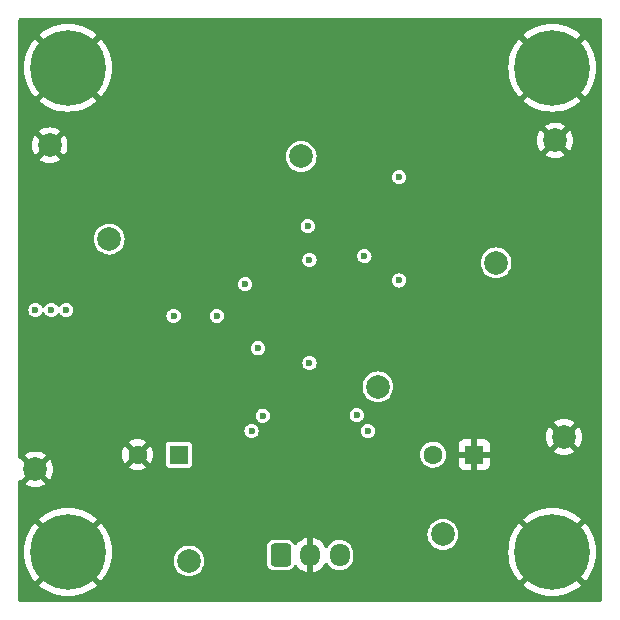
<source format=gbr>
%TF.GenerationSoftware,KiCad,Pcbnew,6.0.7-f9a2dced07~116~ubuntu20.04.1*%
%TF.CreationDate,2022-10-06T22:18:55-07:00*%
%TF.ProjectId,test-amp,74657374-2d61-46d7-902e-6b696361645f,rev?*%
%TF.SameCoordinates,Original*%
%TF.FileFunction,Copper,L2,Inr*%
%TF.FilePolarity,Positive*%
%FSLAX46Y46*%
G04 Gerber Fmt 4.6, Leading zero omitted, Abs format (unit mm)*
G04 Created by KiCad (PCBNEW 6.0.7-f9a2dced07~116~ubuntu20.04.1) date 2022-10-06 22:18:55*
%MOMM*%
%LPD*%
G01*
G04 APERTURE LIST*
G04 Aperture macros list*
%AMRoundRect*
0 Rectangle with rounded corners*
0 $1 Rounding radius*
0 $2 $3 $4 $5 $6 $7 $8 $9 X,Y pos of 4 corners*
0 Add a 4 corners polygon primitive as box body*
4,1,4,$2,$3,$4,$5,$6,$7,$8,$9,$2,$3,0*
0 Add four circle primitives for the rounded corners*
1,1,$1+$1,$2,$3*
1,1,$1+$1,$4,$5*
1,1,$1+$1,$6,$7*
1,1,$1+$1,$8,$9*
0 Add four rect primitives between the rounded corners*
20,1,$1+$1,$2,$3,$4,$5,0*
20,1,$1+$1,$4,$5,$6,$7,0*
20,1,$1+$1,$6,$7,$8,$9,0*
20,1,$1+$1,$8,$9,$2,$3,0*%
G04 Aperture macros list end*
%TA.AperFunction,ComponentPad*%
%ADD10C,2.000000*%
%TD*%
%TA.AperFunction,ComponentPad*%
%ADD11C,6.400000*%
%TD*%
%TA.AperFunction,ComponentPad*%
%ADD12C,0.800000*%
%TD*%
%TA.AperFunction,ComponentPad*%
%ADD13RoundRect,0.250000X-0.600000X-0.725000X0.600000X-0.725000X0.600000X0.725000X-0.600000X0.725000X0*%
%TD*%
%TA.AperFunction,ComponentPad*%
%ADD14O,1.700000X1.950000*%
%TD*%
%TA.AperFunction,ComponentPad*%
%ADD15R,1.600000X1.600000*%
%TD*%
%TA.AperFunction,ComponentPad*%
%ADD16C,1.600000*%
%TD*%
%TA.AperFunction,ViaPad*%
%ADD17C,0.600000*%
%TD*%
G04 APERTURE END LIST*
D10*
%TO.N,VSS*%
%TO.C,TP10*%
X186250000Y-119000000D03*
%TD*%
%TO.N,VDD*%
%TO.C,TP9*%
X164750000Y-121250000D03*
%TD*%
%TO.N,Net-(R12-Pad1)*%
%TO.C,TP8*%
X190750000Y-96000000D03*
%TD*%
%TO.N,GND*%
%TO.C,TP7*%
X195750000Y-85650000D03*
%TD*%
%TO.N,GND*%
%TO.C,TP6*%
X152950000Y-86050000D03*
%TD*%
%TO.N,GND*%
%TO.C,TP5*%
X196500000Y-110750000D03*
%TD*%
%TO.N,GND*%
%TO.C,TP4*%
X151750000Y-113500000D03*
%TD*%
%TO.N,Net-(C14-Pad2)*%
%TO.C,TP3*%
X174250000Y-87000000D03*
%TD*%
%TO.N,Net-(C15-Pad1)*%
%TO.C,TP2*%
X180750000Y-106500000D03*
%TD*%
%TO.N,Net-(C10-Pad1)*%
%TO.C,TP1*%
X158000000Y-94000000D03*
%TD*%
D11*
%TO.N,GND*%
%TO.C,J6*%
X195500000Y-120500000D03*
D12*
X198000000Y-120500000D03*
X197250000Y-118750000D03*
X195500000Y-118000000D03*
X193000000Y-120500000D03*
X195500000Y-123000000D03*
X193750000Y-122250000D03*
X193750000Y-118750000D03*
X197250000Y-122250000D03*
%TD*%
D11*
%TO.N,GND*%
%TO.C,J5*%
X154500000Y-120500000D03*
D12*
X157000000Y-120500000D03*
X156250000Y-118750000D03*
X154500000Y-118000000D03*
X152000000Y-120500000D03*
X154500000Y-123000000D03*
X152750000Y-122250000D03*
X152750000Y-118750000D03*
X156250000Y-122250000D03*
%TD*%
D11*
%TO.N,GND*%
%TO.C,J4*%
X195500000Y-79500000D03*
D12*
X198000000Y-79500000D03*
X197250000Y-77750000D03*
X195500000Y-77000000D03*
X193000000Y-79500000D03*
X195500000Y-82000000D03*
X193750000Y-81250000D03*
X193750000Y-77750000D03*
X197250000Y-81250000D03*
%TD*%
D11*
%TO.N,GND*%
%TO.C,J3*%
X154500000Y-79500000D03*
D12*
X157000000Y-79500000D03*
X156250000Y-77750000D03*
X154500000Y-77000000D03*
X152000000Y-79500000D03*
X154500000Y-82000000D03*
X152750000Y-81250000D03*
X152750000Y-77750000D03*
X156250000Y-81250000D03*
%TD*%
D13*
%TO.N,Net-(FB1-Pad2)*%
%TO.C,J2*%
X172500000Y-120750000D03*
D14*
%TO.N,GND*%
X175000000Y-120750000D03*
%TO.N,Net-(FB2-Pad1)*%
X177500000Y-120750000D03*
%TD*%
D15*
%TO.N,GND*%
%TO.C,C2*%
X188902651Y-112250000D03*
D16*
%TO.N,VSS*%
X185402651Y-112250000D03*
%TD*%
D15*
%TO.N,VDD*%
%TO.C,C1*%
X163902651Y-112250000D03*
D16*
%TO.N,GND*%
X160402651Y-112250000D03*
%TD*%
D17*
%TO.N,Net-(J1-Pad1)*%
X153100000Y-100000000D03*
X154350000Y-100000000D03*
X151750000Y-100000000D03*
%TO.N,GND*%
X158000000Y-97000000D03*
X165000000Y-92000000D03*
X178000000Y-107000000D03*
X175000000Y-107000000D03*
X168000000Y-108000000D03*
X164000000Y-106000000D03*
X194000000Y-115000000D03*
X182000000Y-116000000D03*
X168000000Y-117000000D03*
X161000000Y-119000000D03*
X180000000Y-81000000D03*
X165000000Y-82000000D03*
X171000000Y-84000000D03*
X165000000Y-89000000D03*
X156000000Y-88000000D03*
X152000000Y-93000000D03*
X155000000Y-106000000D03*
X158000000Y-103000000D03*
X193000000Y-108000000D03*
X191000000Y-103000000D03*
X187000000Y-104000000D03*
X186000000Y-85000000D03*
X189000000Y-79000000D03*
X197000000Y-94000000D03*
X194000000Y-92000000D03*
X189000000Y-88000000D03*
X162500000Y-90000000D03*
X166850000Y-93900000D03*
X166850000Y-89650000D03*
%TO.N,VSS*%
X179900000Y-110250000D03*
X178950000Y-108900000D03*
%TO.N,GND*%
X176000000Y-111550000D03*
X174000000Y-111500000D03*
%TO.N,VDD*%
X171000000Y-108950000D03*
X170050000Y-110250000D03*
%TO.N,GND*%
X176000000Y-108900000D03*
X174000000Y-108900000D03*
%TO.N,Net-(C14-Pad2)*%
X179600000Y-95450000D03*
X170600000Y-103250000D03*
%TO.N,Net-(C10-Pad1)*%
X169500000Y-97800000D03*
%TO.N,GND*%
X170700000Y-101750000D03*
X170700000Y-96000000D03*
X168500000Y-95450000D03*
%TO.N,VSS*%
X163450000Y-100500000D03*
%TO.N,VDD*%
X167100000Y-100500000D03*
%TO.N,GND*%
X164250000Y-102800000D03*
X166250000Y-102800000D03*
X168500000Y-101800000D03*
X183700000Y-96250000D03*
X186800000Y-92750000D03*
X186800000Y-91000000D03*
X198500000Y-103000000D03*
X196500000Y-103000000D03*
X197500000Y-103000000D03*
X198500000Y-97000000D03*
X196500000Y-97000000D03*
X197500000Y-97000000D03*
X154000000Y-103000000D03*
X151250000Y-103000000D03*
X152500000Y-103000000D03*
X154000000Y-97000000D03*
X152500000Y-97000000D03*
X151250000Y-97000000D03*
X167450000Y-105000000D03*
X173850000Y-105000000D03*
X179450000Y-97500000D03*
%TO.N,VDD*%
X182550000Y-97500000D03*
%TO.N,GND*%
X182550000Y-102900000D03*
X178050000Y-104500000D03*
%TO.N,VSS*%
X174950000Y-104500000D03*
%TO.N,GND*%
X179450000Y-88750000D03*
%TO.N,VDD*%
X182550000Y-88750000D03*
%TO.N,GND*%
X178050000Y-95750000D03*
%TO.N,VSS*%
X174950000Y-95750000D03*
%TO.N,Net-(C10-Pad1)*%
X174800000Y-92900000D03*
%TD*%
%TA.AperFunction,Conductor*%
%TO.N,GND*%
G36*
X199625000Y-75320462D02*
G01*
X199679538Y-75375000D01*
X199699500Y-75449500D01*
X199699500Y-124550500D01*
X199679538Y-124625000D01*
X199625000Y-124679538D01*
X199550500Y-124699500D01*
X150449500Y-124699500D01*
X150375000Y-124679538D01*
X150320462Y-124625000D01*
X150300500Y-124550500D01*
X150300500Y-123297122D01*
X152067951Y-123297122D01*
X152073098Y-123306038D01*
X152314469Y-123501497D01*
X152320776Y-123506079D01*
X152640178Y-123713501D01*
X152646934Y-123717402D01*
X152986277Y-123890306D01*
X152993388Y-123893472D01*
X153348955Y-124029961D01*
X153356360Y-124032367D01*
X153724241Y-124130940D01*
X153731850Y-124132558D01*
X154108032Y-124192139D01*
X154115768Y-124192952D01*
X154496108Y-124212885D01*
X154503892Y-124212885D01*
X154884232Y-124192952D01*
X154891968Y-124192139D01*
X155268150Y-124132558D01*
X155275759Y-124130940D01*
X155643640Y-124032367D01*
X155651045Y-124029961D01*
X156006612Y-123893472D01*
X156013723Y-123890306D01*
X156353066Y-123717402D01*
X156359822Y-123713501D01*
X156679224Y-123506079D01*
X156685531Y-123501497D01*
X156922670Y-123309465D01*
X156931637Y-123297122D01*
X193067951Y-123297122D01*
X193073098Y-123306038D01*
X193314469Y-123501497D01*
X193320776Y-123506079D01*
X193640178Y-123713501D01*
X193646934Y-123717402D01*
X193986277Y-123890306D01*
X193993388Y-123893472D01*
X194348955Y-124029961D01*
X194356360Y-124032367D01*
X194724241Y-124130940D01*
X194731850Y-124132558D01*
X195108032Y-124192139D01*
X195115768Y-124192952D01*
X195496108Y-124212885D01*
X195503892Y-124212885D01*
X195884232Y-124192952D01*
X195891968Y-124192139D01*
X196268150Y-124132558D01*
X196275759Y-124130940D01*
X196643640Y-124032367D01*
X196651045Y-124029961D01*
X197006612Y-123893472D01*
X197013723Y-123890306D01*
X197353066Y-123717402D01*
X197359822Y-123713501D01*
X197679224Y-123506079D01*
X197685531Y-123501497D01*
X197922670Y-123309465D01*
X197932082Y-123296510D01*
X197927895Y-123287105D01*
X195513871Y-120873081D01*
X195500000Y-120865073D01*
X195486129Y-120873081D01*
X193075959Y-123283251D01*
X193067951Y-123297122D01*
X156931637Y-123297122D01*
X156932082Y-123296510D01*
X156927895Y-123287105D01*
X154513871Y-120873081D01*
X154500000Y-120865073D01*
X154486129Y-120873081D01*
X152075959Y-123283251D01*
X152067951Y-123297122D01*
X150300500Y-123297122D01*
X150300500Y-120503892D01*
X150787115Y-120503892D01*
X150807048Y-120884232D01*
X150807861Y-120891968D01*
X150867442Y-121268150D01*
X150869060Y-121275759D01*
X150967633Y-121643640D01*
X150970039Y-121651045D01*
X151106528Y-122006612D01*
X151109694Y-122013723D01*
X151282598Y-122353065D01*
X151286499Y-122359821D01*
X151493921Y-122679224D01*
X151498503Y-122685531D01*
X151690535Y-122922670D01*
X151703490Y-122932082D01*
X151712895Y-122927895D01*
X154126919Y-120513871D01*
X154134927Y-120500000D01*
X154865073Y-120500000D01*
X154873081Y-120513871D01*
X157283251Y-122924041D01*
X157297122Y-122932049D01*
X157306038Y-122926902D01*
X157501497Y-122685531D01*
X157506079Y-122679224D01*
X157713501Y-122359821D01*
X157717402Y-122353065D01*
X157890306Y-122013723D01*
X157893472Y-122006612D01*
X158029961Y-121651045D01*
X158032367Y-121643640D01*
X158130940Y-121275759D01*
X158132558Y-121268150D01*
X158135433Y-121250000D01*
X163444532Y-121250000D01*
X163445099Y-121256481D01*
X163461739Y-121446675D01*
X163464365Y-121476692D01*
X163466046Y-121482966D01*
X163466047Y-121482971D01*
X163511296Y-121651842D01*
X163523261Y-121696496D01*
X163526009Y-121702389D01*
X163616683Y-121896840D01*
X163616686Y-121896845D01*
X163619432Y-121902734D01*
X163749953Y-122089139D01*
X163910861Y-122250047D01*
X164097266Y-122380568D01*
X164103155Y-122383314D01*
X164103160Y-122383317D01*
X164287594Y-122469320D01*
X164303504Y-122476739D01*
X164309785Y-122478422D01*
X164517029Y-122533953D01*
X164517034Y-122533954D01*
X164523308Y-122535635D01*
X164529779Y-122536201D01*
X164529784Y-122536202D01*
X164743519Y-122554901D01*
X164750000Y-122555468D01*
X164756481Y-122554901D01*
X164970216Y-122536202D01*
X164970221Y-122536201D01*
X164976692Y-122535635D01*
X164982966Y-122533954D01*
X164982971Y-122533953D01*
X165190215Y-122478422D01*
X165196496Y-122476739D01*
X165212406Y-122469320D01*
X165396840Y-122383317D01*
X165396845Y-122383314D01*
X165402734Y-122380568D01*
X165589139Y-122250047D01*
X165750047Y-122089139D01*
X165880568Y-121902734D01*
X165883314Y-121896845D01*
X165883317Y-121896840D01*
X165973991Y-121702389D01*
X165976739Y-121696496D01*
X165988704Y-121651842D01*
X166024628Y-121517772D01*
X171349500Y-121517772D01*
X171360364Y-121607547D01*
X171415887Y-121747783D01*
X171507078Y-121867922D01*
X171627217Y-121959113D01*
X171767453Y-122014636D01*
X171857228Y-122025500D01*
X173142772Y-122025500D01*
X173232547Y-122014636D01*
X173372783Y-121959113D01*
X173492922Y-121867922D01*
X173584113Y-121747783D01*
X173615638Y-121668159D01*
X173661624Y-121606240D01*
X173732409Y-121575608D01*
X173809026Y-121584473D01*
X173870945Y-121630459D01*
X173877775Y-121639799D01*
X173934307Y-121723770D01*
X173942187Y-121733571D01*
X174092551Y-121891191D01*
X174101974Y-121899527D01*
X174276744Y-122029560D01*
X174287430Y-122036186D01*
X174481616Y-122134916D01*
X174493265Y-122139646D01*
X174701311Y-122204245D01*
X174713589Y-122206945D01*
X174726555Y-122208664D01*
X174742436Y-122206587D01*
X174746000Y-122198003D01*
X174746000Y-122189691D01*
X175254000Y-122189691D01*
X175258145Y-122205162D01*
X175265001Y-122206999D01*
X175385480Y-122181720D01*
X175397508Y-122178111D01*
X175600130Y-122098092D01*
X175611390Y-122092503D01*
X175797634Y-121979487D01*
X175807784Y-121972085D01*
X175972322Y-121829306D01*
X175981085Y-121820295D01*
X176119208Y-121651842D01*
X176126332Y-121641477D01*
X176237219Y-121446675D01*
X176238969Y-121447671D01*
X176282072Y-121395954D01*
X176354461Y-121369333D01*
X176430461Y-121382473D01*
X176489709Y-121431853D01*
X176501575Y-121451822D01*
X176511813Y-121472584D01*
X176511818Y-121472592D01*
X176514835Y-121478710D01*
X176518916Y-121484175D01*
X176518919Y-121484180D01*
X176637261Y-121642659D01*
X176641349Y-121648133D01*
X176796619Y-121791663D01*
X176975446Y-121904495D01*
X176981785Y-121907024D01*
X176981791Y-121907027D01*
X177121719Y-121962852D01*
X177171840Y-121982848D01*
X177178543Y-121984181D01*
X177178542Y-121984181D01*
X177372522Y-122022766D01*
X177372525Y-122022766D01*
X177379225Y-122024099D01*
X177484939Y-122025483D01*
X177583820Y-122026778D01*
X177583825Y-122026778D01*
X177590654Y-122026867D01*
X177597387Y-122025710D01*
X177597388Y-122025710D01*
X177792316Y-121992216D01*
X177792320Y-121992215D01*
X177799047Y-121991059D01*
X177997425Y-121917873D01*
X178015656Y-121907027D01*
X178173273Y-121813255D01*
X178173274Y-121813254D01*
X178179144Y-121809762D01*
X178249818Y-121747783D01*
X178332978Y-121674854D01*
X178332981Y-121674851D01*
X178338119Y-121670345D01*
X178454888Y-121522224D01*
X178464793Y-121509660D01*
X178464797Y-121509654D01*
X178469024Y-121504292D01*
X178472203Y-121498249D01*
X178472206Y-121498245D01*
X178533116Y-121382473D01*
X178567477Y-121317164D01*
X178596720Y-121222985D01*
X178628156Y-121121747D01*
X178628157Y-121121742D01*
X178630180Y-121115227D01*
X178633692Y-121085560D01*
X178649985Y-120947898D01*
X178649985Y-120947894D01*
X178650500Y-120943545D01*
X178650500Y-120571359D01*
X178644301Y-120503892D01*
X191787115Y-120503892D01*
X191807048Y-120884232D01*
X191807861Y-120891968D01*
X191867442Y-121268150D01*
X191869060Y-121275759D01*
X191967633Y-121643640D01*
X191970039Y-121651045D01*
X192106528Y-122006612D01*
X192109694Y-122013723D01*
X192282598Y-122353065D01*
X192286499Y-122359821D01*
X192493921Y-122679224D01*
X192498503Y-122685531D01*
X192690535Y-122922670D01*
X192703490Y-122932082D01*
X192712895Y-122927895D01*
X195126919Y-120513871D01*
X195134927Y-120500000D01*
X195865073Y-120500000D01*
X195873081Y-120513871D01*
X198283251Y-122924041D01*
X198297122Y-122932049D01*
X198306038Y-122926902D01*
X198501497Y-122685531D01*
X198506079Y-122679224D01*
X198713501Y-122359821D01*
X198717402Y-122353065D01*
X198890306Y-122013723D01*
X198893472Y-122006612D01*
X199029961Y-121651045D01*
X199032367Y-121643640D01*
X199130940Y-121275759D01*
X199132558Y-121268150D01*
X199192139Y-120891968D01*
X199192952Y-120884232D01*
X199212885Y-120503892D01*
X199212885Y-120496108D01*
X199192952Y-120115768D01*
X199192139Y-120108032D01*
X199132558Y-119731850D01*
X199130940Y-119724241D01*
X199032367Y-119356360D01*
X199029961Y-119348955D01*
X198893472Y-118993388D01*
X198890306Y-118986277D01*
X198717402Y-118646935D01*
X198713501Y-118640179D01*
X198506079Y-118320776D01*
X198501497Y-118314469D01*
X198309465Y-118077330D01*
X198296510Y-118067918D01*
X198287105Y-118072105D01*
X195873081Y-120486129D01*
X195865073Y-120500000D01*
X195134927Y-120500000D01*
X195126919Y-120486129D01*
X192716749Y-118075959D01*
X192702878Y-118067951D01*
X192693962Y-118073098D01*
X192498503Y-118314469D01*
X192493921Y-118320776D01*
X192286499Y-118640179D01*
X192282598Y-118646935D01*
X192109694Y-118986277D01*
X192106528Y-118993388D01*
X191970039Y-119348955D01*
X191967633Y-119356360D01*
X191869060Y-119724241D01*
X191867442Y-119731850D01*
X191807861Y-120108032D01*
X191807048Y-120115768D01*
X191787115Y-120496108D01*
X191787115Y-120503892D01*
X178644301Y-120503892D01*
X178636081Y-120414440D01*
X178578686Y-120210931D01*
X178485165Y-120021290D01*
X178481084Y-120015825D01*
X178481081Y-120015820D01*
X178362739Y-119857341D01*
X178362737Y-119857339D01*
X178358651Y-119851867D01*
X178203381Y-119708337D01*
X178024554Y-119595505D01*
X178018215Y-119592976D01*
X178018209Y-119592973D01*
X177834504Y-119519683D01*
X177828160Y-119517152D01*
X177773713Y-119506322D01*
X177627478Y-119477234D01*
X177627475Y-119477234D01*
X177620775Y-119475901D01*
X177513762Y-119474500D01*
X177416180Y-119473222D01*
X177416175Y-119473222D01*
X177409346Y-119473133D01*
X177402613Y-119474290D01*
X177402612Y-119474290D01*
X177207684Y-119507784D01*
X177207680Y-119507785D01*
X177200953Y-119508941D01*
X177002575Y-119582127D01*
X176996702Y-119585621D01*
X176853707Y-119670694D01*
X176820856Y-119690238D01*
X176788641Y-119718489D01*
X176667022Y-119825146D01*
X176667019Y-119825149D01*
X176661881Y-119829655D01*
X176612375Y-119892453D01*
X176535207Y-119990340D01*
X176535203Y-119990346D01*
X176530976Y-119995708D01*
X176527797Y-120001751D01*
X176527794Y-120001755D01*
X176498132Y-120058134D01*
X176445777Y-120114771D01*
X176372119Y-120137642D01*
X176296892Y-120120620D01*
X176240255Y-120068265D01*
X176230416Y-120049954D01*
X176193463Y-119967921D01*
X176187348Y-119956933D01*
X176065689Y-119776225D01*
X176057813Y-119766429D01*
X175907449Y-119608809D01*
X175898026Y-119600473D01*
X175723256Y-119470440D01*
X175712570Y-119463814D01*
X175518384Y-119365084D01*
X175506735Y-119360354D01*
X175298689Y-119295755D01*
X175286411Y-119293055D01*
X175273445Y-119291336D01*
X175257564Y-119293413D01*
X175254000Y-119301997D01*
X175254000Y-122189691D01*
X174746000Y-122189691D01*
X174746000Y-119310309D01*
X174741855Y-119294838D01*
X174734999Y-119293001D01*
X174614520Y-119318280D01*
X174602492Y-119321889D01*
X174399870Y-119401908D01*
X174388610Y-119407497D01*
X174202366Y-119520513D01*
X174192216Y-119527915D01*
X174027678Y-119670694D01*
X174018915Y-119679705D01*
X173880788Y-119848163D01*
X173875043Y-119856522D01*
X173816395Y-119906613D01*
X173740558Y-119920668D01*
X173667854Y-119894921D01*
X173617763Y-119836273D01*
X173613712Y-119826977D01*
X173593618Y-119776225D01*
X173584113Y-119752217D01*
X173492922Y-119632078D01*
X173372783Y-119540887D01*
X173232547Y-119485364D01*
X173142772Y-119474500D01*
X171857228Y-119474500D01*
X171767453Y-119485364D01*
X171627217Y-119540887D01*
X171507078Y-119632078D01*
X171415887Y-119752217D01*
X171360364Y-119892453D01*
X171349500Y-119982228D01*
X171349500Y-121517772D01*
X166024628Y-121517772D01*
X166033953Y-121482971D01*
X166033954Y-121482966D01*
X166035635Y-121476692D01*
X166038262Y-121446675D01*
X166054901Y-121256481D01*
X166055468Y-121250000D01*
X166054901Y-121243519D01*
X166036202Y-121029784D01*
X166036201Y-121029779D01*
X166035635Y-121023308D01*
X165976739Y-120803504D01*
X165969320Y-120787594D01*
X165883317Y-120603160D01*
X165883314Y-120603155D01*
X165880568Y-120597266D01*
X165750047Y-120410861D01*
X165589139Y-120249953D01*
X165402734Y-120119432D01*
X165396845Y-120116686D01*
X165396840Y-120116683D01*
X165202389Y-120026009D01*
X165196496Y-120023261D01*
X165123777Y-120003776D01*
X164982971Y-119966047D01*
X164982966Y-119966046D01*
X164976692Y-119964365D01*
X164970221Y-119963799D01*
X164970216Y-119963798D01*
X164756481Y-119945099D01*
X164750000Y-119944532D01*
X164743519Y-119945099D01*
X164529784Y-119963798D01*
X164529779Y-119963799D01*
X164523308Y-119964365D01*
X164517034Y-119966046D01*
X164517029Y-119966047D01*
X164376223Y-120003776D01*
X164303504Y-120023261D01*
X164297611Y-120026009D01*
X164103160Y-120116683D01*
X164103155Y-120116686D01*
X164097266Y-120119432D01*
X163910861Y-120249953D01*
X163749953Y-120410861D01*
X163619432Y-120597266D01*
X163616686Y-120603155D01*
X163616683Y-120603160D01*
X163530680Y-120787594D01*
X163523261Y-120803504D01*
X163464365Y-121023308D01*
X163463799Y-121029779D01*
X163463798Y-121029784D01*
X163445099Y-121243519D01*
X163444532Y-121250000D01*
X158135433Y-121250000D01*
X158192139Y-120891968D01*
X158192952Y-120884232D01*
X158212885Y-120503892D01*
X158212885Y-120496108D01*
X158192952Y-120115768D01*
X158192139Y-120108032D01*
X158132558Y-119731850D01*
X158130940Y-119724241D01*
X158032367Y-119356360D01*
X158029961Y-119348955D01*
X157896010Y-119000000D01*
X184944532Y-119000000D01*
X184964365Y-119226692D01*
X184966046Y-119232966D01*
X184966047Y-119232971D01*
X184982870Y-119295755D01*
X185023261Y-119446496D01*
X185026009Y-119452389D01*
X185116683Y-119646840D01*
X185116686Y-119646845D01*
X185119432Y-119652734D01*
X185249953Y-119839139D01*
X185410861Y-120000047D01*
X185597266Y-120130568D01*
X185603155Y-120133314D01*
X185603160Y-120133317D01*
X185709354Y-120182836D01*
X185803504Y-120226739D01*
X185809785Y-120228422D01*
X186017029Y-120283953D01*
X186017034Y-120283954D01*
X186023308Y-120285635D01*
X186029779Y-120286201D01*
X186029784Y-120286202D01*
X186243519Y-120304901D01*
X186250000Y-120305468D01*
X186256481Y-120304901D01*
X186470216Y-120286202D01*
X186470221Y-120286201D01*
X186476692Y-120285635D01*
X186482966Y-120283954D01*
X186482971Y-120283953D01*
X186690215Y-120228422D01*
X186696496Y-120226739D01*
X186790646Y-120182836D01*
X186896840Y-120133317D01*
X186896845Y-120133314D01*
X186902734Y-120130568D01*
X187089139Y-120000047D01*
X187250047Y-119839139D01*
X187380568Y-119652734D01*
X187383314Y-119646845D01*
X187383317Y-119646840D01*
X187473991Y-119452389D01*
X187476739Y-119446496D01*
X187517130Y-119295755D01*
X187533953Y-119232971D01*
X187533954Y-119232966D01*
X187535635Y-119226692D01*
X187555468Y-119000000D01*
X187535635Y-118773308D01*
X187499964Y-118640179D01*
X187478422Y-118559785D01*
X187476739Y-118553504D01*
X187469320Y-118537594D01*
X187383317Y-118353160D01*
X187383314Y-118353155D01*
X187380568Y-118347266D01*
X187250047Y-118160861D01*
X187089139Y-117999953D01*
X186902734Y-117869432D01*
X186896845Y-117866686D01*
X186896840Y-117866683D01*
X186702389Y-117776009D01*
X186696496Y-117773261D01*
X186690215Y-117771578D01*
X186482971Y-117716047D01*
X186482966Y-117716046D01*
X186476692Y-117714365D01*
X186470221Y-117713799D01*
X186470216Y-117713798D01*
X186352393Y-117703490D01*
X193067918Y-117703490D01*
X193072105Y-117712895D01*
X195486129Y-120126919D01*
X195500000Y-120134927D01*
X195513871Y-120126919D01*
X197924041Y-117716749D01*
X197932049Y-117702878D01*
X197926902Y-117693962D01*
X197685531Y-117498503D01*
X197679224Y-117493921D01*
X197359822Y-117286499D01*
X197353066Y-117282598D01*
X197013723Y-117109694D01*
X197006612Y-117106528D01*
X196651045Y-116970039D01*
X196643640Y-116967633D01*
X196275759Y-116869060D01*
X196268150Y-116867442D01*
X195891968Y-116807861D01*
X195884232Y-116807048D01*
X195503892Y-116787115D01*
X195496108Y-116787115D01*
X195115768Y-116807048D01*
X195108032Y-116807861D01*
X194731850Y-116867442D01*
X194724241Y-116869060D01*
X194356360Y-116967633D01*
X194348955Y-116970039D01*
X193993388Y-117106528D01*
X193986277Y-117109694D01*
X193646935Y-117282598D01*
X193640179Y-117286499D01*
X193320776Y-117493921D01*
X193314469Y-117498503D01*
X193077330Y-117690535D01*
X193067918Y-117703490D01*
X186352393Y-117703490D01*
X186256481Y-117695099D01*
X186250000Y-117694532D01*
X186243519Y-117695099D01*
X186029784Y-117713798D01*
X186029779Y-117713799D01*
X186023308Y-117714365D01*
X186017034Y-117716046D01*
X186017029Y-117716047D01*
X185809785Y-117771578D01*
X185803504Y-117773261D01*
X185797611Y-117776009D01*
X185603160Y-117866683D01*
X185603155Y-117866686D01*
X185597266Y-117869432D01*
X185410861Y-117999953D01*
X185249953Y-118160861D01*
X185119432Y-118347266D01*
X185116686Y-118353155D01*
X185116683Y-118353160D01*
X185030680Y-118537594D01*
X185023261Y-118553504D01*
X185021578Y-118559785D01*
X185000037Y-118640179D01*
X184964365Y-118773308D01*
X184944532Y-119000000D01*
X157896010Y-119000000D01*
X157893472Y-118993388D01*
X157890306Y-118986277D01*
X157717402Y-118646935D01*
X157713501Y-118640179D01*
X157506079Y-118320776D01*
X157501497Y-118314469D01*
X157309465Y-118077330D01*
X157296510Y-118067918D01*
X157287105Y-118072105D01*
X154873081Y-120486129D01*
X154865073Y-120500000D01*
X154134927Y-120500000D01*
X154126919Y-120486129D01*
X151716749Y-118075959D01*
X151702878Y-118067951D01*
X151693962Y-118073098D01*
X151498503Y-118314469D01*
X151493921Y-118320776D01*
X151286499Y-118640179D01*
X151282598Y-118646935D01*
X151109694Y-118986277D01*
X151106528Y-118993388D01*
X150970039Y-119348955D01*
X150967633Y-119356360D01*
X150869060Y-119724241D01*
X150867442Y-119731850D01*
X150807861Y-120108032D01*
X150807048Y-120115768D01*
X150787115Y-120496108D01*
X150787115Y-120503892D01*
X150300500Y-120503892D01*
X150300500Y-117703490D01*
X152067918Y-117703490D01*
X152072105Y-117712895D01*
X154486129Y-120126919D01*
X154500000Y-120134927D01*
X154513871Y-120126919D01*
X156924041Y-117716749D01*
X156932049Y-117702878D01*
X156926902Y-117693962D01*
X156685531Y-117498503D01*
X156679224Y-117493921D01*
X156359822Y-117286499D01*
X156353066Y-117282598D01*
X156013723Y-117109694D01*
X156006612Y-117106528D01*
X155651045Y-116970039D01*
X155643640Y-116967633D01*
X155275759Y-116869060D01*
X155268150Y-116867442D01*
X154891968Y-116807861D01*
X154884232Y-116807048D01*
X154503892Y-116787115D01*
X154496108Y-116787115D01*
X154115768Y-116807048D01*
X154108032Y-116807861D01*
X153731850Y-116867442D01*
X153724241Y-116869060D01*
X153356360Y-116967633D01*
X153348955Y-116970039D01*
X152993388Y-117106528D01*
X152986277Y-117109694D01*
X152646935Y-117282598D01*
X152640179Y-117286499D01*
X152320776Y-117493921D01*
X152314469Y-117498503D01*
X152077330Y-117690535D01*
X152067918Y-117703490D01*
X150300500Y-117703490D01*
X150300500Y-114733102D01*
X150881971Y-114733102D01*
X150885180Y-114738662D01*
X151058271Y-114844733D01*
X151068676Y-114850034D01*
X151277156Y-114936389D01*
X151288250Y-114939994D01*
X151507680Y-114992675D01*
X151519196Y-114994499D01*
X151744168Y-115012204D01*
X151755832Y-115012204D01*
X151980804Y-114994499D01*
X151992320Y-114992675D01*
X152211750Y-114939994D01*
X152222844Y-114936389D01*
X152431324Y-114850034D01*
X152441729Y-114844733D01*
X152607168Y-114743351D01*
X152618192Y-114731734D01*
X152616368Y-114725578D01*
X151763871Y-113873081D01*
X151750000Y-113865073D01*
X151736129Y-113873081D01*
X150889979Y-114719231D01*
X150881971Y-114733102D01*
X150300500Y-114733102D01*
X150300500Y-114505724D01*
X150320462Y-114431224D01*
X150375000Y-114376686D01*
X150449500Y-114356724D01*
X150484283Y-114360841D01*
X150516760Y-114368638D01*
X150524422Y-114366368D01*
X151376919Y-113513871D01*
X151384927Y-113500000D01*
X152115073Y-113500000D01*
X152123081Y-113513871D01*
X152969231Y-114360021D01*
X152983102Y-114368029D01*
X152988662Y-114364820D01*
X153094733Y-114191729D01*
X153100034Y-114181324D01*
X153186389Y-113972844D01*
X153189994Y-113961750D01*
X153242675Y-113742320D01*
X153244499Y-113730804D01*
X153262204Y-113505832D01*
X153262204Y-113494168D01*
X153249843Y-113337099D01*
X159680625Y-113337099D01*
X159684603Y-113343990D01*
X159740821Y-113383355D01*
X159752049Y-113389838D01*
X159947687Y-113481065D01*
X159959861Y-113485496D01*
X160168373Y-113541367D01*
X160181128Y-113543616D01*
X160396170Y-113562429D01*
X160409132Y-113562429D01*
X160624174Y-113543616D01*
X160636929Y-113541367D01*
X160845441Y-113485496D01*
X160857615Y-113481065D01*
X161053253Y-113389838D01*
X161064481Y-113383355D01*
X161114471Y-113348351D01*
X161124766Y-113336081D01*
X161122044Y-113328603D01*
X160888087Y-113094646D01*
X162802151Y-113094646D01*
X162805269Y-113120846D01*
X162850712Y-113223153D01*
X162929938Y-113302241D01*
X162942518Y-113307803D01*
X162942520Y-113307804D01*
X163022077Y-113342976D01*
X163032324Y-113347506D01*
X163046969Y-113349213D01*
X163053721Y-113350001D01*
X163053729Y-113350001D01*
X163058005Y-113350500D01*
X164747297Y-113350500D01*
X164773497Y-113347382D01*
X164875804Y-113301939D01*
X164954892Y-113222713D01*
X164978660Y-113168953D01*
X164995627Y-113130574D01*
X164995627Y-113130573D01*
X165000157Y-113120327D01*
X165002283Y-113102091D01*
X165002652Y-113098930D01*
X165002652Y-113098922D01*
X165003151Y-113094646D01*
X165003151Y-112221069D01*
X184297815Y-112221069D01*
X184300136Y-112256481D01*
X184303215Y-112303452D01*
X184311043Y-112422894D01*
X184360829Y-112618928D01*
X184363687Y-112625128D01*
X184363689Y-112625133D01*
X184400736Y-112705493D01*
X184445507Y-112802607D01*
X184562239Y-112967780D01*
X184567135Y-112972549D01*
X184567138Y-112972553D01*
X184700114Y-113102091D01*
X184707117Y-113108913D01*
X184875288Y-113221282D01*
X184881556Y-113223975D01*
X184881558Y-113223976D01*
X184902262Y-113232871D01*
X185061121Y-113301122D01*
X185258391Y-113345760D01*
X185265213Y-113346028D01*
X185453664Y-113353432D01*
X185453667Y-113353432D01*
X185460493Y-113353700D01*
X185660658Y-113324678D01*
X185852182Y-113259664D01*
X185940630Y-113210131D01*
X186022692Y-113164175D01*
X186022694Y-113164174D01*
X186028652Y-113160837D01*
X186108942Y-113094060D01*
X187594652Y-113094060D01*
X187595087Y-113102091D01*
X187600391Y-113150923D01*
X187604678Y-113168953D01*
X187648752Y-113286520D01*
X187658847Y-113304959D01*
X187733379Y-113404407D01*
X187748244Y-113419272D01*
X187847692Y-113493804D01*
X187866131Y-113503899D01*
X187983695Y-113547972D01*
X188001730Y-113552261D01*
X188050563Y-113557566D01*
X188058589Y-113558000D01*
X188629035Y-113558000D01*
X188644506Y-113553855D01*
X188648651Y-113538384D01*
X188648651Y-113538383D01*
X189156651Y-113538383D01*
X189160796Y-113553854D01*
X189176267Y-113557999D01*
X189746711Y-113557999D01*
X189754742Y-113557564D01*
X189803574Y-113552260D01*
X189821604Y-113547973D01*
X189939171Y-113503899D01*
X189957610Y-113493804D01*
X190057058Y-113419272D01*
X190071923Y-113404407D01*
X190146455Y-113304959D01*
X190156550Y-113286520D01*
X190200623Y-113168956D01*
X190204912Y-113150921D01*
X190210217Y-113102088D01*
X190210651Y-113094062D01*
X190210651Y-112523616D01*
X190206506Y-112508145D01*
X190191035Y-112504000D01*
X189176267Y-112504000D01*
X189160796Y-112508145D01*
X189156651Y-112523616D01*
X189156651Y-113538383D01*
X188648651Y-113538383D01*
X188648651Y-112523616D01*
X188644506Y-112508145D01*
X188629035Y-112504000D01*
X187614268Y-112504000D01*
X187598797Y-112508145D01*
X187594652Y-112523616D01*
X187594652Y-113094060D01*
X186108942Y-113094060D01*
X186184156Y-113031505D01*
X186313488Y-112876001D01*
X186412315Y-112699531D01*
X186477329Y-112508007D01*
X186506351Y-112307842D01*
X186507866Y-112250000D01*
X186507271Y-112243519D01*
X186489984Y-112055393D01*
X186489359Y-112048591D01*
X186468995Y-111976384D01*
X187594651Y-111976384D01*
X187598796Y-111991855D01*
X187614267Y-111996000D01*
X188629035Y-111996000D01*
X188644506Y-111991855D01*
X188648651Y-111976384D01*
X189156651Y-111976384D01*
X189160796Y-111991855D01*
X189176267Y-111996000D01*
X190191034Y-111996000D01*
X190206505Y-111991855D01*
X190208850Y-111983102D01*
X195631971Y-111983102D01*
X195635180Y-111988662D01*
X195808271Y-112094733D01*
X195818676Y-112100034D01*
X196027156Y-112186389D01*
X196038250Y-112189994D01*
X196257680Y-112242675D01*
X196269196Y-112244499D01*
X196494168Y-112262204D01*
X196505832Y-112262204D01*
X196730804Y-112244499D01*
X196742320Y-112242675D01*
X196961750Y-112189994D01*
X196972844Y-112186389D01*
X197181324Y-112100034D01*
X197191729Y-112094733D01*
X197357168Y-111993351D01*
X197368192Y-111981734D01*
X197366368Y-111975578D01*
X196513871Y-111123081D01*
X196500000Y-111115073D01*
X196486129Y-111123081D01*
X195639979Y-111969231D01*
X195631971Y-111983102D01*
X190208850Y-111983102D01*
X190210650Y-111976384D01*
X190210650Y-111405940D01*
X190210215Y-111397909D01*
X190204911Y-111349077D01*
X190200624Y-111331047D01*
X190156550Y-111213480D01*
X190146455Y-111195041D01*
X190071923Y-111095593D01*
X190057058Y-111080728D01*
X189957610Y-111006196D01*
X189939171Y-110996101D01*
X189821607Y-110952028D01*
X189803572Y-110947739D01*
X189754739Y-110942434D01*
X189746713Y-110942000D01*
X189176267Y-110942000D01*
X189160796Y-110946145D01*
X189156651Y-110961616D01*
X189156651Y-111976384D01*
X188648651Y-111976384D01*
X188648651Y-110961617D01*
X188644506Y-110946146D01*
X188629035Y-110942001D01*
X188058591Y-110942001D01*
X188050560Y-110942436D01*
X188001728Y-110947740D01*
X187983698Y-110952027D01*
X187866131Y-110996101D01*
X187847692Y-111006196D01*
X187748244Y-111080728D01*
X187733379Y-111095593D01*
X187658847Y-111195041D01*
X187648752Y-111213480D01*
X187604679Y-111331044D01*
X187600390Y-111349079D01*
X187595085Y-111397912D01*
X187594651Y-111405938D01*
X187594651Y-111976384D01*
X186468995Y-111976384D01*
X186434458Y-111853926D01*
X186424427Y-111833584D01*
X186348021Y-111678649D01*
X186345002Y-111672527D01*
X186340921Y-111667062D01*
X186340918Y-111667057D01*
X186228074Y-111515941D01*
X186228072Y-111515939D01*
X186223986Y-111510467D01*
X186075463Y-111373174D01*
X185904408Y-111265246D01*
X185898068Y-111262717D01*
X185898063Y-111262714D01*
X185722886Y-111192826D01*
X185722884Y-111192825D01*
X185716549Y-111190298D01*
X185518177Y-111150839D01*
X185418461Y-111149534D01*
X185322771Y-111148281D01*
X185322766Y-111148281D01*
X185315937Y-111148192D01*
X185309204Y-111149349D01*
X185309203Y-111149349D01*
X185123331Y-111181287D01*
X185123327Y-111181288D01*
X185116600Y-111182444D01*
X184926844Y-111252449D01*
X184753022Y-111355862D01*
X184600956Y-111489220D01*
X184596729Y-111494582D01*
X184596728Y-111494583D01*
X184501942Y-111614820D01*
X184475740Y-111648057D01*
X184381565Y-111827053D01*
X184321588Y-112020213D01*
X184320785Y-112026996D01*
X184320785Y-112026997D01*
X184312141Y-112100034D01*
X184297815Y-112221069D01*
X165003151Y-112221069D01*
X165003151Y-111405354D01*
X165000033Y-111379154D01*
X164954590Y-111276847D01*
X164875364Y-111197759D01*
X164862784Y-111192197D01*
X164862782Y-111192196D01*
X164783225Y-111157024D01*
X164783224Y-111157024D01*
X164772978Y-111152494D01*
X164758019Y-111150750D01*
X164751581Y-111149999D01*
X164751573Y-111149999D01*
X164747297Y-111149500D01*
X163058005Y-111149500D01*
X163031805Y-111152618D01*
X162929498Y-111198061D01*
X162850410Y-111277287D01*
X162844848Y-111289867D01*
X162844847Y-111289869D01*
X162809892Y-111368936D01*
X162805145Y-111379673D01*
X162803848Y-111390800D01*
X162803019Y-111397912D01*
X162802151Y-111405354D01*
X162802151Y-113094646D01*
X160888087Y-113094646D01*
X160416522Y-112623081D01*
X160402651Y-112615073D01*
X160388780Y-112623081D01*
X159688633Y-113323228D01*
X159680625Y-113337099D01*
X153249843Y-113337099D01*
X153244499Y-113269196D01*
X153242675Y-113257680D01*
X153189994Y-113038250D01*
X153186389Y-113027156D01*
X153100034Y-112818676D01*
X153094733Y-112808271D01*
X152993351Y-112642832D01*
X152981734Y-112631808D01*
X152975578Y-112633632D01*
X152123081Y-113486129D01*
X152115073Y-113500000D01*
X151384927Y-113500000D01*
X151376919Y-113486129D01*
X150530769Y-112639979D01*
X150515537Y-112631185D01*
X150511627Y-112631185D01*
X150449499Y-112647832D01*
X150374999Y-112627869D01*
X150320462Y-112573331D01*
X150300500Y-112498832D01*
X150300500Y-112268266D01*
X150881808Y-112268266D01*
X150883632Y-112274422D01*
X151736129Y-113126919D01*
X151750000Y-113134927D01*
X151763871Y-113126919D01*
X152610021Y-112280769D01*
X152618029Y-112266898D01*
X152614820Y-112261338D01*
X152606894Y-112256481D01*
X159090222Y-112256481D01*
X159109035Y-112471523D01*
X159111284Y-112484278D01*
X159167155Y-112692790D01*
X159171586Y-112704964D01*
X159262813Y-112900602D01*
X159269296Y-112911830D01*
X159304300Y-112961820D01*
X159316570Y-112972115D01*
X159324048Y-112969393D01*
X160029570Y-112263871D01*
X160037578Y-112250000D01*
X160767724Y-112250000D01*
X160775732Y-112263871D01*
X161475879Y-112964018D01*
X161489750Y-112972026D01*
X161496641Y-112968048D01*
X161536006Y-112911830D01*
X161542489Y-112900602D01*
X161633716Y-112704964D01*
X161638147Y-112692790D01*
X161694018Y-112484278D01*
X161696267Y-112471523D01*
X161715080Y-112256481D01*
X161715080Y-112243519D01*
X161696267Y-112028477D01*
X161694018Y-112015722D01*
X161638147Y-111807210D01*
X161633716Y-111795036D01*
X161542489Y-111599398D01*
X161536006Y-111588170D01*
X161501002Y-111538180D01*
X161488732Y-111527885D01*
X161481254Y-111530607D01*
X160775732Y-112236129D01*
X160767724Y-112250000D01*
X160037578Y-112250000D01*
X160029570Y-112236129D01*
X159329423Y-111535982D01*
X159315552Y-111527974D01*
X159308661Y-111531952D01*
X159269296Y-111588170D01*
X159262813Y-111599398D01*
X159171586Y-111795036D01*
X159167155Y-111807210D01*
X159111284Y-112015722D01*
X159109035Y-112028477D01*
X159090222Y-112243519D01*
X159090222Y-112256481D01*
X152606894Y-112256481D01*
X152441729Y-112155267D01*
X152431324Y-112149966D01*
X152222844Y-112063611D01*
X152211750Y-112060006D01*
X151992320Y-112007325D01*
X151980804Y-112005501D01*
X151755832Y-111987796D01*
X151744168Y-111987796D01*
X151519196Y-112005501D01*
X151507680Y-112007325D01*
X151288250Y-112060006D01*
X151277156Y-112063611D01*
X151068676Y-112149966D01*
X151058271Y-112155267D01*
X150892832Y-112256649D01*
X150881808Y-112268266D01*
X150300500Y-112268266D01*
X150300500Y-111163919D01*
X159680536Y-111163919D01*
X159683258Y-111171397D01*
X160388780Y-111876919D01*
X160402651Y-111884927D01*
X160416522Y-111876919D01*
X161116669Y-111176772D01*
X161124677Y-111162901D01*
X161120699Y-111156010D01*
X161064481Y-111116645D01*
X161053253Y-111110162D01*
X160857615Y-111018935D01*
X160845441Y-111014504D01*
X160636929Y-110958633D01*
X160624174Y-110956384D01*
X160409132Y-110937571D01*
X160396170Y-110937571D01*
X160181128Y-110956384D01*
X160168373Y-110958633D01*
X159959861Y-111014504D01*
X159947687Y-111018935D01*
X159752049Y-111110162D01*
X159740821Y-111116645D01*
X159690831Y-111151649D01*
X159680536Y-111163919D01*
X150300500Y-111163919D01*
X150300500Y-110250000D01*
X169444318Y-110250000D01*
X169464956Y-110406762D01*
X169525464Y-110552841D01*
X169621718Y-110678282D01*
X169747159Y-110774536D01*
X169893238Y-110835044D01*
X169902919Y-110836319D01*
X169902921Y-110836319D01*
X170040315Y-110854407D01*
X170050000Y-110855682D01*
X170059685Y-110854407D01*
X170197079Y-110836319D01*
X170197081Y-110836319D01*
X170206762Y-110835044D01*
X170352841Y-110774536D01*
X170478282Y-110678282D01*
X170574536Y-110552841D01*
X170635044Y-110406762D01*
X170655682Y-110250000D01*
X179294318Y-110250000D01*
X179314956Y-110406762D01*
X179375464Y-110552841D01*
X179471718Y-110678282D01*
X179597159Y-110774536D01*
X179743238Y-110835044D01*
X179752919Y-110836319D01*
X179752921Y-110836319D01*
X179890315Y-110854407D01*
X179900000Y-110855682D01*
X179909685Y-110854407D01*
X180047079Y-110836319D01*
X180047081Y-110836319D01*
X180056762Y-110835044D01*
X180202841Y-110774536D01*
X180227217Y-110755832D01*
X194987796Y-110755832D01*
X195005501Y-110980804D01*
X195007325Y-110992320D01*
X195060006Y-111211750D01*
X195063611Y-111222844D01*
X195149966Y-111431324D01*
X195155267Y-111441729D01*
X195256649Y-111607168D01*
X195268266Y-111618192D01*
X195274422Y-111616368D01*
X196126919Y-110763871D01*
X196134927Y-110750000D01*
X196865073Y-110750000D01*
X196873081Y-110763871D01*
X197719231Y-111610021D01*
X197733102Y-111618029D01*
X197738662Y-111614820D01*
X197844733Y-111441729D01*
X197850034Y-111431324D01*
X197936389Y-111222844D01*
X197939994Y-111211750D01*
X197992675Y-110992320D01*
X197994499Y-110980804D01*
X198012204Y-110755832D01*
X198012204Y-110744168D01*
X197994499Y-110519196D01*
X197992675Y-110507680D01*
X197939994Y-110288250D01*
X197936389Y-110277156D01*
X197850034Y-110068676D01*
X197844733Y-110058271D01*
X197743351Y-109892832D01*
X197731734Y-109881808D01*
X197725578Y-109883632D01*
X196873081Y-110736129D01*
X196865073Y-110750000D01*
X196134927Y-110750000D01*
X196126919Y-110736129D01*
X195280769Y-109889979D01*
X195266898Y-109881971D01*
X195261338Y-109885180D01*
X195155267Y-110058271D01*
X195149966Y-110068676D01*
X195063611Y-110277156D01*
X195060006Y-110288250D01*
X195007325Y-110507680D01*
X195005501Y-110519196D01*
X194987796Y-110744168D01*
X194987796Y-110755832D01*
X180227217Y-110755832D01*
X180328282Y-110678282D01*
X180424536Y-110552841D01*
X180485044Y-110406762D01*
X180505682Y-110250000D01*
X180485044Y-110093238D01*
X180424536Y-109947159D01*
X180328282Y-109821718D01*
X180202841Y-109725464D01*
X180056762Y-109664956D01*
X180047081Y-109663681D01*
X180047079Y-109663681D01*
X179909685Y-109645593D01*
X179900000Y-109644318D01*
X179890315Y-109645593D01*
X179752921Y-109663681D01*
X179752919Y-109663681D01*
X179743238Y-109664956D01*
X179597159Y-109725464D01*
X179471718Y-109821718D01*
X179375464Y-109947159D01*
X179314956Y-110093238D01*
X179294318Y-110250000D01*
X170655682Y-110250000D01*
X170635044Y-110093238D01*
X170574536Y-109947159D01*
X170478282Y-109821718D01*
X170352841Y-109725464D01*
X170206762Y-109664956D01*
X170197081Y-109663681D01*
X170197079Y-109663681D01*
X170059685Y-109645593D01*
X170050000Y-109644318D01*
X170040315Y-109645593D01*
X169902921Y-109663681D01*
X169902919Y-109663681D01*
X169893238Y-109664956D01*
X169747159Y-109725464D01*
X169621718Y-109821718D01*
X169525464Y-109947159D01*
X169464956Y-110093238D01*
X169444318Y-110250000D01*
X150300500Y-110250000D01*
X150300500Y-108950000D01*
X170394318Y-108950000D01*
X170395593Y-108959685D01*
X170407099Y-109047079D01*
X170414956Y-109106762D01*
X170475464Y-109252841D01*
X170571718Y-109378282D01*
X170697159Y-109474536D01*
X170706182Y-109478274D01*
X170706183Y-109478274D01*
X170786007Y-109511338D01*
X170843238Y-109535044D01*
X170852919Y-109536319D01*
X170852921Y-109536319D01*
X170990315Y-109554407D01*
X171000000Y-109555682D01*
X171009685Y-109554407D01*
X171147079Y-109536319D01*
X171147081Y-109536319D01*
X171156762Y-109535044D01*
X171197267Y-109518266D01*
X195631808Y-109518266D01*
X195633632Y-109524422D01*
X196486129Y-110376919D01*
X196500000Y-110384927D01*
X196513871Y-110376919D01*
X197360021Y-109530769D01*
X197368029Y-109516898D01*
X197364820Y-109511338D01*
X197191729Y-109405267D01*
X197181324Y-109399966D01*
X196972844Y-109313611D01*
X196961750Y-109310006D01*
X196742320Y-109257325D01*
X196730804Y-109255501D01*
X196505832Y-109237796D01*
X196494168Y-109237796D01*
X196269196Y-109255501D01*
X196257680Y-109257325D01*
X196038250Y-109310006D01*
X196027156Y-109313611D01*
X195818676Y-109399966D01*
X195808271Y-109405267D01*
X195642832Y-109506649D01*
X195631808Y-109518266D01*
X171197267Y-109518266D01*
X171213993Y-109511338D01*
X171293817Y-109478274D01*
X171293818Y-109478274D01*
X171302841Y-109474536D01*
X171428282Y-109378282D01*
X171524536Y-109252841D01*
X171585044Y-109106762D01*
X171592902Y-109047079D01*
X171604407Y-108959685D01*
X171605682Y-108950000D01*
X171604407Y-108940315D01*
X171599100Y-108900000D01*
X178344318Y-108900000D01*
X178345593Y-108909685D01*
X178350901Y-108950000D01*
X178364956Y-109056762D01*
X178425464Y-109202841D01*
X178521718Y-109328282D01*
X178647159Y-109424536D01*
X178656182Y-109428274D01*
X178656183Y-109428274D01*
X178767869Y-109474536D01*
X178793238Y-109485044D01*
X178802919Y-109486319D01*
X178802921Y-109486319D01*
X178940315Y-109504407D01*
X178950000Y-109505682D01*
X178959685Y-109504407D01*
X179097079Y-109486319D01*
X179097081Y-109486319D01*
X179106762Y-109485044D01*
X179132131Y-109474536D01*
X179243817Y-109428274D01*
X179243818Y-109428274D01*
X179252841Y-109424536D01*
X179378282Y-109328282D01*
X179474536Y-109202841D01*
X179535044Y-109056762D01*
X179549100Y-108950000D01*
X179554407Y-108909685D01*
X179555682Y-108900000D01*
X179554407Y-108890315D01*
X179536319Y-108752921D01*
X179536319Y-108752919D01*
X179535044Y-108743238D01*
X179474536Y-108597159D01*
X179378282Y-108471718D01*
X179252841Y-108375464D01*
X179236495Y-108368693D01*
X179115784Y-108318693D01*
X179106762Y-108314956D01*
X179097081Y-108313681D01*
X179097079Y-108313681D01*
X178959685Y-108295593D01*
X178950000Y-108294318D01*
X178940315Y-108295593D01*
X178802921Y-108313681D01*
X178802919Y-108313681D01*
X178793238Y-108314956D01*
X178784216Y-108318693D01*
X178663506Y-108368693D01*
X178647159Y-108375464D01*
X178521718Y-108471718D01*
X178425464Y-108597159D01*
X178364956Y-108743238D01*
X178363681Y-108752919D01*
X178363681Y-108752921D01*
X178345593Y-108890315D01*
X178344318Y-108900000D01*
X171599100Y-108900000D01*
X171586319Y-108802921D01*
X171586319Y-108802919D01*
X171585044Y-108793238D01*
X171524536Y-108647159D01*
X171428282Y-108521718D01*
X171302841Y-108425464D01*
X171196486Y-108381410D01*
X171165784Y-108368693D01*
X171156762Y-108364956D01*
X171147081Y-108363681D01*
X171147079Y-108363681D01*
X171009685Y-108345593D01*
X171000000Y-108344318D01*
X170990315Y-108345593D01*
X170852921Y-108363681D01*
X170852919Y-108363681D01*
X170843238Y-108364956D01*
X170834216Y-108368693D01*
X170803515Y-108381410D01*
X170697159Y-108425464D01*
X170571718Y-108521718D01*
X170475464Y-108647159D01*
X170414956Y-108793238D01*
X170413681Y-108802919D01*
X170413681Y-108802921D01*
X170395593Y-108940315D01*
X170394318Y-108950000D01*
X150300500Y-108950000D01*
X150300500Y-106500000D01*
X179444532Y-106500000D01*
X179464365Y-106726692D01*
X179523261Y-106946496D01*
X179526009Y-106952389D01*
X179616683Y-107146840D01*
X179616686Y-107146845D01*
X179619432Y-107152734D01*
X179749953Y-107339139D01*
X179910861Y-107500047D01*
X180097266Y-107630568D01*
X180103155Y-107633314D01*
X180103160Y-107633317D01*
X180287594Y-107719320D01*
X180303504Y-107726739D01*
X180309785Y-107728422D01*
X180517029Y-107783953D01*
X180517034Y-107783954D01*
X180523308Y-107785635D01*
X180529779Y-107786201D01*
X180529784Y-107786202D01*
X180743519Y-107804901D01*
X180750000Y-107805468D01*
X180756481Y-107804901D01*
X180970216Y-107786202D01*
X180970221Y-107786201D01*
X180976692Y-107785635D01*
X180982966Y-107783954D01*
X180982971Y-107783953D01*
X181190215Y-107728422D01*
X181196496Y-107726739D01*
X181212406Y-107719320D01*
X181396840Y-107633317D01*
X181396845Y-107633314D01*
X181402734Y-107630568D01*
X181589139Y-107500047D01*
X181750047Y-107339139D01*
X181880568Y-107152734D01*
X181883314Y-107146845D01*
X181883317Y-107146840D01*
X181973991Y-106952389D01*
X181976739Y-106946496D01*
X182035635Y-106726692D01*
X182055468Y-106500000D01*
X182035635Y-106273308D01*
X181976739Y-106053504D01*
X181969320Y-106037594D01*
X181883317Y-105853160D01*
X181883314Y-105853155D01*
X181880568Y-105847266D01*
X181750047Y-105660861D01*
X181589139Y-105499953D01*
X181402734Y-105369432D01*
X181396845Y-105366686D01*
X181396840Y-105366683D01*
X181202389Y-105276009D01*
X181196496Y-105273261D01*
X181190215Y-105271578D01*
X180982971Y-105216047D01*
X180982966Y-105216046D01*
X180976692Y-105214365D01*
X180970221Y-105213799D01*
X180970216Y-105213798D01*
X180756481Y-105195099D01*
X180750000Y-105194532D01*
X180743519Y-105195099D01*
X180529784Y-105213798D01*
X180529779Y-105213799D01*
X180523308Y-105214365D01*
X180517034Y-105216046D01*
X180517029Y-105216047D01*
X180309785Y-105271578D01*
X180303504Y-105273261D01*
X180297611Y-105276009D01*
X180103160Y-105366683D01*
X180103155Y-105366686D01*
X180097266Y-105369432D01*
X179910861Y-105499953D01*
X179749953Y-105660861D01*
X179619432Y-105847266D01*
X179616686Y-105853155D01*
X179616683Y-105853160D01*
X179530680Y-106037594D01*
X179523261Y-106053504D01*
X179464365Y-106273308D01*
X179444532Y-106500000D01*
X150300500Y-106500000D01*
X150300500Y-104500000D01*
X174344318Y-104500000D01*
X174364956Y-104656762D01*
X174425464Y-104802841D01*
X174521718Y-104928282D01*
X174647159Y-105024536D01*
X174793238Y-105085044D01*
X174802919Y-105086319D01*
X174802921Y-105086319D01*
X174940315Y-105104407D01*
X174950000Y-105105682D01*
X174959685Y-105104407D01*
X175097079Y-105086319D01*
X175097081Y-105086319D01*
X175106762Y-105085044D01*
X175252841Y-105024536D01*
X175378282Y-104928282D01*
X175474536Y-104802841D01*
X175535044Y-104656762D01*
X175555682Y-104500000D01*
X175535044Y-104343238D01*
X175474536Y-104197159D01*
X175378282Y-104071718D01*
X175252841Y-103975464D01*
X175106762Y-103914956D01*
X175097081Y-103913681D01*
X175097079Y-103913681D01*
X174959685Y-103895593D01*
X174950000Y-103894318D01*
X174940315Y-103895593D01*
X174802921Y-103913681D01*
X174802919Y-103913681D01*
X174793238Y-103914956D01*
X174647159Y-103975464D01*
X174521718Y-104071718D01*
X174425464Y-104197159D01*
X174364956Y-104343238D01*
X174344318Y-104500000D01*
X150300500Y-104500000D01*
X150300500Y-103250000D01*
X169994318Y-103250000D01*
X170014956Y-103406762D01*
X170075464Y-103552841D01*
X170171718Y-103678282D01*
X170297159Y-103774536D01*
X170443238Y-103835044D01*
X170452919Y-103836319D01*
X170452921Y-103836319D01*
X170590315Y-103854407D01*
X170600000Y-103855682D01*
X170609685Y-103854407D01*
X170747079Y-103836319D01*
X170747081Y-103836319D01*
X170756762Y-103835044D01*
X170902841Y-103774536D01*
X171028282Y-103678282D01*
X171124536Y-103552841D01*
X171185044Y-103406762D01*
X171205682Y-103250000D01*
X171185044Y-103093238D01*
X171124536Y-102947159D01*
X171028282Y-102821718D01*
X170902841Y-102725464D01*
X170756762Y-102664956D01*
X170747081Y-102663681D01*
X170747079Y-102663681D01*
X170609685Y-102645593D01*
X170600000Y-102644318D01*
X170590315Y-102645593D01*
X170452921Y-102663681D01*
X170452919Y-102663681D01*
X170443238Y-102664956D01*
X170297159Y-102725464D01*
X170171718Y-102821718D01*
X170075464Y-102947159D01*
X170014956Y-103093238D01*
X169994318Y-103250000D01*
X150300500Y-103250000D01*
X150300500Y-100000000D01*
X151144318Y-100000000D01*
X151164956Y-100156762D01*
X151225464Y-100302841D01*
X151321718Y-100428282D01*
X151447159Y-100524536D01*
X151593238Y-100585044D01*
X151602919Y-100586319D01*
X151602921Y-100586319D01*
X151740315Y-100604407D01*
X151750000Y-100605682D01*
X151759685Y-100604407D01*
X151897079Y-100586319D01*
X151897081Y-100586319D01*
X151906762Y-100585044D01*
X152052841Y-100524536D01*
X152178282Y-100428282D01*
X152274536Y-100302841D01*
X152287342Y-100271925D01*
X152334295Y-100210735D01*
X152405552Y-100181220D01*
X152482020Y-100191287D01*
X152543210Y-100238240D01*
X152562658Y-100271925D01*
X152575464Y-100302841D01*
X152671718Y-100428282D01*
X152797159Y-100524536D01*
X152943238Y-100585044D01*
X152952919Y-100586319D01*
X152952921Y-100586319D01*
X153090315Y-100604407D01*
X153100000Y-100605682D01*
X153109685Y-100604407D01*
X153247079Y-100586319D01*
X153247081Y-100586319D01*
X153256762Y-100585044D01*
X153402841Y-100524536D01*
X153528282Y-100428282D01*
X153606790Y-100325968D01*
X153667980Y-100279015D01*
X153744448Y-100268948D01*
X153815705Y-100298463D01*
X153843210Y-100325968D01*
X153921718Y-100428282D01*
X154047159Y-100524536D01*
X154193238Y-100585044D01*
X154202919Y-100586319D01*
X154202921Y-100586319D01*
X154340315Y-100604407D01*
X154350000Y-100605682D01*
X154359685Y-100604407D01*
X154497079Y-100586319D01*
X154497081Y-100586319D01*
X154506762Y-100585044D01*
X154652841Y-100524536D01*
X154684817Y-100500000D01*
X162844318Y-100500000D01*
X162864956Y-100656762D01*
X162925464Y-100802841D01*
X163021718Y-100928282D01*
X163147159Y-101024536D01*
X163293238Y-101085044D01*
X163302919Y-101086319D01*
X163302921Y-101086319D01*
X163440315Y-101104407D01*
X163450000Y-101105682D01*
X163459685Y-101104407D01*
X163597079Y-101086319D01*
X163597081Y-101086319D01*
X163606762Y-101085044D01*
X163752841Y-101024536D01*
X163878282Y-100928282D01*
X163974536Y-100802841D01*
X164035044Y-100656762D01*
X164055682Y-100500000D01*
X166494318Y-100500000D01*
X166514956Y-100656762D01*
X166575464Y-100802841D01*
X166671718Y-100928282D01*
X166797159Y-101024536D01*
X166943238Y-101085044D01*
X166952919Y-101086319D01*
X166952921Y-101086319D01*
X167090315Y-101104407D01*
X167100000Y-101105682D01*
X167109685Y-101104407D01*
X167247079Y-101086319D01*
X167247081Y-101086319D01*
X167256762Y-101085044D01*
X167402841Y-101024536D01*
X167528282Y-100928282D01*
X167624536Y-100802841D01*
X167685044Y-100656762D01*
X167705682Y-100500000D01*
X167685044Y-100343238D01*
X167624536Y-100197159D01*
X167528282Y-100071718D01*
X167402841Y-99975464D01*
X167256762Y-99914956D01*
X167247081Y-99913681D01*
X167247079Y-99913681D01*
X167109685Y-99895593D01*
X167100000Y-99894318D01*
X167090315Y-99895593D01*
X166952921Y-99913681D01*
X166952919Y-99913681D01*
X166943238Y-99914956D01*
X166797159Y-99975464D01*
X166671718Y-100071718D01*
X166575464Y-100197159D01*
X166514956Y-100343238D01*
X166494318Y-100500000D01*
X164055682Y-100500000D01*
X164035044Y-100343238D01*
X163974536Y-100197159D01*
X163878282Y-100071718D01*
X163752841Y-99975464D01*
X163606762Y-99914956D01*
X163597081Y-99913681D01*
X163597079Y-99913681D01*
X163459685Y-99895593D01*
X163450000Y-99894318D01*
X163440315Y-99895593D01*
X163302921Y-99913681D01*
X163302919Y-99913681D01*
X163293238Y-99914956D01*
X163147159Y-99975464D01*
X163021718Y-100071718D01*
X162925464Y-100197159D01*
X162864956Y-100343238D01*
X162844318Y-100500000D01*
X154684817Y-100500000D01*
X154778282Y-100428282D01*
X154874536Y-100302841D01*
X154935044Y-100156762D01*
X154955682Y-100000000D01*
X154935044Y-99843238D01*
X154874536Y-99697159D01*
X154778282Y-99571718D01*
X154652841Y-99475464D01*
X154506762Y-99414956D01*
X154497081Y-99413681D01*
X154497079Y-99413681D01*
X154359685Y-99395593D01*
X154350000Y-99394318D01*
X154340315Y-99395593D01*
X154202921Y-99413681D01*
X154202919Y-99413681D01*
X154193238Y-99414956D01*
X154047159Y-99475464D01*
X153921718Y-99571718D01*
X153915772Y-99579467D01*
X153843210Y-99674032D01*
X153782020Y-99720985D01*
X153705552Y-99731052D01*
X153634295Y-99701537D01*
X153606790Y-99674032D01*
X153534228Y-99579467D01*
X153528282Y-99571718D01*
X153402841Y-99475464D01*
X153256762Y-99414956D01*
X153247081Y-99413681D01*
X153247079Y-99413681D01*
X153109685Y-99395593D01*
X153100000Y-99394318D01*
X153090315Y-99395593D01*
X152952921Y-99413681D01*
X152952919Y-99413681D01*
X152943238Y-99414956D01*
X152797159Y-99475464D01*
X152671718Y-99571718D01*
X152575464Y-99697159D01*
X152571726Y-99706182D01*
X152571726Y-99706183D01*
X152562658Y-99728075D01*
X152515705Y-99789265D01*
X152444448Y-99818780D01*
X152367980Y-99808713D01*
X152306790Y-99761760D01*
X152287342Y-99728075D01*
X152278274Y-99706183D01*
X152278274Y-99706182D01*
X152274536Y-99697159D01*
X152178282Y-99571718D01*
X152052841Y-99475464D01*
X151906762Y-99414956D01*
X151897081Y-99413681D01*
X151897079Y-99413681D01*
X151759685Y-99395593D01*
X151750000Y-99394318D01*
X151740315Y-99395593D01*
X151602921Y-99413681D01*
X151602919Y-99413681D01*
X151593238Y-99414956D01*
X151447159Y-99475464D01*
X151321718Y-99571718D01*
X151225464Y-99697159D01*
X151164956Y-99843238D01*
X151144318Y-100000000D01*
X150300500Y-100000000D01*
X150300500Y-97800000D01*
X168894318Y-97800000D01*
X168895593Y-97809685D01*
X168911207Y-97928282D01*
X168914956Y-97956762D01*
X168975464Y-98102841D01*
X169071718Y-98228282D01*
X169197159Y-98324536D01*
X169343238Y-98385044D01*
X169352919Y-98386319D01*
X169352921Y-98386319D01*
X169490315Y-98404407D01*
X169500000Y-98405682D01*
X169509685Y-98404407D01*
X169647079Y-98386319D01*
X169647081Y-98386319D01*
X169656762Y-98385044D01*
X169802841Y-98324536D01*
X169928282Y-98228282D01*
X170024536Y-98102841D01*
X170085044Y-97956762D01*
X170088794Y-97928282D01*
X170104407Y-97809685D01*
X170105682Y-97800000D01*
X170088012Y-97665784D01*
X170086319Y-97652921D01*
X170086319Y-97652919D01*
X170085044Y-97643238D01*
X170081307Y-97634216D01*
X170028274Y-97506183D01*
X170028274Y-97506182D01*
X170025713Y-97500000D01*
X181944318Y-97500000D01*
X181945593Y-97509685D01*
X181963176Y-97643238D01*
X181964956Y-97656762D01*
X181968693Y-97665784D01*
X182020276Y-97790315D01*
X182025464Y-97802841D01*
X182121718Y-97928282D01*
X182247159Y-98024536D01*
X182393238Y-98085044D01*
X182402919Y-98086319D01*
X182402921Y-98086319D01*
X182540315Y-98104407D01*
X182550000Y-98105682D01*
X182559685Y-98104407D01*
X182697079Y-98086319D01*
X182697081Y-98086319D01*
X182706762Y-98085044D01*
X182852841Y-98024536D01*
X182978282Y-97928282D01*
X183074536Y-97802841D01*
X183079725Y-97790315D01*
X183131307Y-97665784D01*
X183135044Y-97656762D01*
X183136825Y-97643238D01*
X183154407Y-97509685D01*
X183155682Y-97500000D01*
X183139814Y-97379467D01*
X183136319Y-97352921D01*
X183136319Y-97352919D01*
X183135044Y-97343238D01*
X183087486Y-97228422D01*
X183078274Y-97206183D01*
X183078274Y-97206182D01*
X183074536Y-97197159D01*
X182978282Y-97071718D01*
X182852841Y-96975464D01*
X182706762Y-96914956D01*
X182697081Y-96913681D01*
X182697079Y-96913681D01*
X182559685Y-96895593D01*
X182550000Y-96894318D01*
X182540315Y-96895593D01*
X182402921Y-96913681D01*
X182402919Y-96913681D01*
X182393238Y-96914956D01*
X182247159Y-96975464D01*
X182121718Y-97071718D01*
X182025464Y-97197159D01*
X182021726Y-97206182D01*
X182021726Y-97206183D01*
X182012514Y-97228422D01*
X181964956Y-97343238D01*
X181963681Y-97352919D01*
X181963681Y-97352921D01*
X181960186Y-97379467D01*
X181944318Y-97500000D01*
X170025713Y-97500000D01*
X170024536Y-97497159D01*
X169928282Y-97371718D01*
X169802841Y-97275464D01*
X169678575Y-97223991D01*
X169665784Y-97218693D01*
X169656762Y-97214956D01*
X169647081Y-97213681D01*
X169647079Y-97213681D01*
X169509685Y-97195593D01*
X169500000Y-97194318D01*
X169490315Y-97195593D01*
X169352921Y-97213681D01*
X169352919Y-97213681D01*
X169343238Y-97214956D01*
X169334216Y-97218693D01*
X169321426Y-97223991D01*
X169197159Y-97275464D01*
X169071718Y-97371718D01*
X168975464Y-97497159D01*
X168971726Y-97506182D01*
X168971726Y-97506183D01*
X168918693Y-97634216D01*
X168914956Y-97643238D01*
X168913681Y-97652919D01*
X168913681Y-97652921D01*
X168911988Y-97665784D01*
X168894318Y-97800000D01*
X150300500Y-97800000D01*
X150300500Y-95750000D01*
X174344318Y-95750000D01*
X174345593Y-95759685D01*
X174361207Y-95878282D01*
X174364956Y-95906762D01*
X174368693Y-95915784D01*
X174403577Y-96000000D01*
X174425464Y-96052841D01*
X174521718Y-96178282D01*
X174647159Y-96274536D01*
X174793238Y-96335044D01*
X174802919Y-96336319D01*
X174802921Y-96336319D01*
X174940315Y-96354407D01*
X174950000Y-96355682D01*
X174959685Y-96354407D01*
X175097079Y-96336319D01*
X175097081Y-96336319D01*
X175106762Y-96335044D01*
X175252841Y-96274536D01*
X175378282Y-96178282D01*
X175474536Y-96052841D01*
X175496424Y-96000000D01*
X175531307Y-95915784D01*
X175535044Y-95906762D01*
X175538794Y-95878282D01*
X175554407Y-95759685D01*
X175555682Y-95750000D01*
X175538012Y-95615784D01*
X175536319Y-95602921D01*
X175536319Y-95602919D01*
X175535044Y-95593238D01*
X175516145Y-95547611D01*
X175478274Y-95456183D01*
X175478274Y-95456182D01*
X175475713Y-95450000D01*
X178994318Y-95450000D01*
X178995593Y-95459685D01*
X179013176Y-95593238D01*
X179014956Y-95606762D01*
X179018693Y-95615784D01*
X179070276Y-95740315D01*
X179075464Y-95752841D01*
X179171718Y-95878282D01*
X179297159Y-95974536D01*
X179443238Y-96035044D01*
X179452919Y-96036319D01*
X179452921Y-96036319D01*
X179590315Y-96054407D01*
X179600000Y-96055682D01*
X179609685Y-96054407D01*
X179747079Y-96036319D01*
X179747081Y-96036319D01*
X179756762Y-96035044D01*
X179841366Y-96000000D01*
X189444532Y-96000000D01*
X189445099Y-96006481D01*
X189460130Y-96178282D01*
X189464365Y-96226692D01*
X189466046Y-96232966D01*
X189466047Y-96232971D01*
X189521578Y-96440215D01*
X189523261Y-96446496D01*
X189526009Y-96452389D01*
X189616683Y-96646840D01*
X189616686Y-96646845D01*
X189619432Y-96652734D01*
X189749953Y-96839139D01*
X189910861Y-97000047D01*
X190097266Y-97130568D01*
X190103155Y-97133314D01*
X190103160Y-97133317D01*
X190240070Y-97197159D01*
X190303504Y-97226739D01*
X190309785Y-97228422D01*
X190517029Y-97283953D01*
X190517034Y-97283954D01*
X190523308Y-97285635D01*
X190529779Y-97286201D01*
X190529784Y-97286202D01*
X190743519Y-97304901D01*
X190750000Y-97305468D01*
X190756481Y-97304901D01*
X190970216Y-97286202D01*
X190970221Y-97286201D01*
X190976692Y-97285635D01*
X190982966Y-97283954D01*
X190982971Y-97283953D01*
X191190215Y-97228422D01*
X191196496Y-97226739D01*
X191259930Y-97197159D01*
X191396840Y-97133317D01*
X191396845Y-97133314D01*
X191402734Y-97130568D01*
X191589139Y-97000047D01*
X191750047Y-96839139D01*
X191880568Y-96652734D01*
X191883314Y-96646845D01*
X191883317Y-96646840D01*
X191973991Y-96452389D01*
X191976739Y-96446496D01*
X191978422Y-96440215D01*
X192033953Y-96232971D01*
X192033954Y-96232966D01*
X192035635Y-96226692D01*
X192039871Y-96178282D01*
X192054901Y-96006481D01*
X192055468Y-96000000D01*
X192035635Y-95773308D01*
X192032228Y-95760590D01*
X191978422Y-95559785D01*
X191976739Y-95553504D01*
X191923536Y-95439410D01*
X191883317Y-95353160D01*
X191883314Y-95353155D01*
X191880568Y-95347266D01*
X191750047Y-95160861D01*
X191589139Y-94999953D01*
X191402734Y-94869432D01*
X191396845Y-94866686D01*
X191396840Y-94866683D01*
X191202389Y-94776009D01*
X191196496Y-94773261D01*
X191190215Y-94771578D01*
X190982971Y-94716047D01*
X190982966Y-94716046D01*
X190976692Y-94714365D01*
X190970221Y-94713799D01*
X190970216Y-94713798D01*
X190756481Y-94695099D01*
X190750000Y-94694532D01*
X190743519Y-94695099D01*
X190529784Y-94713798D01*
X190529779Y-94713799D01*
X190523308Y-94714365D01*
X190517034Y-94716046D01*
X190517029Y-94716047D01*
X190309785Y-94771578D01*
X190303504Y-94773261D01*
X190297611Y-94776009D01*
X190103160Y-94866683D01*
X190103155Y-94866686D01*
X190097266Y-94869432D01*
X189910861Y-94999953D01*
X189749953Y-95160861D01*
X189619432Y-95347266D01*
X189616686Y-95353155D01*
X189616683Y-95353160D01*
X189576464Y-95439410D01*
X189523261Y-95553504D01*
X189521578Y-95559785D01*
X189467773Y-95760590D01*
X189464365Y-95773308D01*
X189444532Y-96000000D01*
X179841366Y-96000000D01*
X179902841Y-95974536D01*
X180028282Y-95878282D01*
X180124536Y-95752841D01*
X180129725Y-95740315D01*
X180181307Y-95615784D01*
X180185044Y-95606762D01*
X180186825Y-95593238D01*
X180204407Y-95459685D01*
X180205682Y-95450000D01*
X180192157Y-95347266D01*
X180186319Y-95302921D01*
X180186319Y-95302919D01*
X180185044Y-95293238D01*
X180124536Y-95147159D01*
X180028282Y-95021718D01*
X179902841Y-94925464D01*
X179776576Y-94873163D01*
X179765784Y-94868693D01*
X179756762Y-94864956D01*
X179747081Y-94863681D01*
X179747079Y-94863681D01*
X179609685Y-94845593D01*
X179600000Y-94844318D01*
X179590315Y-94845593D01*
X179452921Y-94863681D01*
X179452919Y-94863681D01*
X179443238Y-94864956D01*
X179434216Y-94868693D01*
X179423425Y-94873163D01*
X179297159Y-94925464D01*
X179171718Y-95021718D01*
X179075464Y-95147159D01*
X179014956Y-95293238D01*
X179013681Y-95302919D01*
X179013681Y-95302921D01*
X179007843Y-95347266D01*
X178994318Y-95450000D01*
X175475713Y-95450000D01*
X175474536Y-95447159D01*
X175378282Y-95321718D01*
X175252841Y-95225464D01*
X175106762Y-95164956D01*
X175097081Y-95163681D01*
X175097079Y-95163681D01*
X174959685Y-95145593D01*
X174950000Y-95144318D01*
X174940315Y-95145593D01*
X174802921Y-95163681D01*
X174802919Y-95163681D01*
X174793238Y-95164956D01*
X174647159Y-95225464D01*
X174521718Y-95321718D01*
X174425464Y-95447159D01*
X174421726Y-95456182D01*
X174421726Y-95456183D01*
X174383855Y-95547611D01*
X174364956Y-95593238D01*
X174363681Y-95602919D01*
X174363681Y-95602921D01*
X174361988Y-95615784D01*
X174344318Y-95750000D01*
X150300500Y-95750000D01*
X150300500Y-94000000D01*
X156694532Y-94000000D01*
X156714365Y-94226692D01*
X156773261Y-94446496D01*
X156776009Y-94452389D01*
X156866683Y-94646840D01*
X156866686Y-94646845D01*
X156869432Y-94652734D01*
X156999953Y-94839139D01*
X157160861Y-95000047D01*
X157347266Y-95130568D01*
X157353155Y-95133314D01*
X157353160Y-95133317D01*
X157537594Y-95219320D01*
X157553504Y-95226739D01*
X157559785Y-95228422D01*
X157767029Y-95283953D01*
X157767034Y-95283954D01*
X157773308Y-95285635D01*
X157779779Y-95286201D01*
X157779784Y-95286202D01*
X157993519Y-95304901D01*
X158000000Y-95305468D01*
X158006481Y-95304901D01*
X158220216Y-95286202D01*
X158220221Y-95286201D01*
X158226692Y-95285635D01*
X158232966Y-95283954D01*
X158232971Y-95283953D01*
X158440215Y-95228422D01*
X158446496Y-95226739D01*
X158462406Y-95219320D01*
X158646840Y-95133317D01*
X158646845Y-95133314D01*
X158652734Y-95130568D01*
X158839139Y-95000047D01*
X159000047Y-94839139D01*
X159130568Y-94652734D01*
X159133314Y-94646845D01*
X159133317Y-94646840D01*
X159223991Y-94452389D01*
X159226739Y-94446496D01*
X159285635Y-94226692D01*
X159305468Y-94000000D01*
X159285635Y-93773308D01*
X159226739Y-93553504D01*
X159195410Y-93486319D01*
X159133317Y-93353160D01*
X159133314Y-93353155D01*
X159130568Y-93347266D01*
X159000047Y-93160861D01*
X158839139Y-92999953D01*
X158696390Y-92900000D01*
X174194318Y-92900000D01*
X174214956Y-93056762D01*
X174218693Y-93065784D01*
X174256172Y-93156265D01*
X174275464Y-93202841D01*
X174371718Y-93328282D01*
X174497159Y-93424536D01*
X174643238Y-93485044D01*
X174652919Y-93486319D01*
X174652921Y-93486319D01*
X174790315Y-93504407D01*
X174800000Y-93505682D01*
X174809685Y-93504407D01*
X174947079Y-93486319D01*
X174947081Y-93486319D01*
X174956762Y-93485044D01*
X175102841Y-93424536D01*
X175228282Y-93328282D01*
X175324536Y-93202841D01*
X175343829Y-93156265D01*
X175381307Y-93065784D01*
X175385044Y-93056762D01*
X175405682Y-92900000D01*
X175401296Y-92866683D01*
X175386319Y-92752921D01*
X175386319Y-92752919D01*
X175385044Y-92743238D01*
X175324536Y-92597159D01*
X175228282Y-92471718D01*
X175102841Y-92375464D01*
X174956762Y-92314956D01*
X174947081Y-92313681D01*
X174947079Y-92313681D01*
X174809685Y-92295593D01*
X174800000Y-92294318D01*
X174790315Y-92295593D01*
X174652921Y-92313681D01*
X174652919Y-92313681D01*
X174643238Y-92314956D01*
X174497159Y-92375464D01*
X174371718Y-92471718D01*
X174275464Y-92597159D01*
X174214956Y-92743238D01*
X174213681Y-92752919D01*
X174213681Y-92752921D01*
X174198704Y-92866683D01*
X174194318Y-92900000D01*
X158696390Y-92900000D01*
X158652734Y-92869432D01*
X158646845Y-92866686D01*
X158646840Y-92866683D01*
X158452389Y-92776009D01*
X158446496Y-92773261D01*
X158370586Y-92752921D01*
X158232971Y-92716047D01*
X158232966Y-92716046D01*
X158226692Y-92714365D01*
X158220221Y-92713799D01*
X158220216Y-92713798D01*
X158006481Y-92695099D01*
X158000000Y-92694532D01*
X157993519Y-92695099D01*
X157779784Y-92713798D01*
X157779779Y-92713799D01*
X157773308Y-92714365D01*
X157767034Y-92716046D01*
X157767029Y-92716047D01*
X157629414Y-92752921D01*
X157553504Y-92773261D01*
X157547611Y-92776009D01*
X157353160Y-92866683D01*
X157353155Y-92866686D01*
X157347266Y-92869432D01*
X157160861Y-92999953D01*
X156999953Y-93160861D01*
X156869432Y-93347266D01*
X156866686Y-93353155D01*
X156866683Y-93353160D01*
X156804590Y-93486319D01*
X156773261Y-93553504D01*
X156714365Y-93773308D01*
X156694532Y-94000000D01*
X150300500Y-94000000D01*
X150300500Y-88750000D01*
X181944318Y-88750000D01*
X181964956Y-88906762D01*
X182025464Y-89052841D01*
X182121718Y-89178282D01*
X182247159Y-89274536D01*
X182393238Y-89335044D01*
X182402919Y-89336319D01*
X182402921Y-89336319D01*
X182540315Y-89354407D01*
X182550000Y-89355682D01*
X182559685Y-89354407D01*
X182697079Y-89336319D01*
X182697081Y-89336319D01*
X182706762Y-89335044D01*
X182852841Y-89274536D01*
X182978282Y-89178282D01*
X183074536Y-89052841D01*
X183135044Y-88906762D01*
X183155682Y-88750000D01*
X183135044Y-88593238D01*
X183074536Y-88447159D01*
X182978282Y-88321718D01*
X182852841Y-88225464D01*
X182706762Y-88164956D01*
X182697081Y-88163681D01*
X182697079Y-88163681D01*
X182559685Y-88145593D01*
X182550000Y-88144318D01*
X182540315Y-88145593D01*
X182402921Y-88163681D01*
X182402919Y-88163681D01*
X182393238Y-88164956D01*
X182247159Y-88225464D01*
X182121718Y-88321718D01*
X182025464Y-88447159D01*
X181964956Y-88593238D01*
X181944318Y-88750000D01*
X150300500Y-88750000D01*
X150300500Y-87283102D01*
X152081971Y-87283102D01*
X152085180Y-87288662D01*
X152258271Y-87394733D01*
X152268676Y-87400034D01*
X152477156Y-87486389D01*
X152488250Y-87489994D01*
X152707680Y-87542675D01*
X152719196Y-87544499D01*
X152944168Y-87562204D01*
X152955832Y-87562204D01*
X153180804Y-87544499D01*
X153192320Y-87542675D01*
X153411750Y-87489994D01*
X153422844Y-87486389D01*
X153631324Y-87400034D01*
X153641729Y-87394733D01*
X153807168Y-87293351D01*
X153818192Y-87281734D01*
X153816368Y-87275578D01*
X153540790Y-87000000D01*
X172944532Y-87000000D01*
X172964365Y-87226692D01*
X172966046Y-87232966D01*
X172966047Y-87232971D01*
X172982226Y-87293351D01*
X173023261Y-87446496D01*
X173026009Y-87452389D01*
X173116683Y-87646840D01*
X173116686Y-87646845D01*
X173119432Y-87652734D01*
X173249953Y-87839139D01*
X173410861Y-88000047D01*
X173597266Y-88130568D01*
X173603155Y-88133314D01*
X173603160Y-88133317D01*
X173787594Y-88219320D01*
X173803504Y-88226739D01*
X173809785Y-88228422D01*
X174017029Y-88283953D01*
X174017034Y-88283954D01*
X174023308Y-88285635D01*
X174029779Y-88286201D01*
X174029784Y-88286202D01*
X174243519Y-88304901D01*
X174250000Y-88305468D01*
X174256481Y-88304901D01*
X174470216Y-88286202D01*
X174470221Y-88286201D01*
X174476692Y-88285635D01*
X174482966Y-88283954D01*
X174482971Y-88283953D01*
X174690215Y-88228422D01*
X174696496Y-88226739D01*
X174712406Y-88219320D01*
X174896840Y-88133317D01*
X174896845Y-88133314D01*
X174902734Y-88130568D01*
X175089139Y-88000047D01*
X175250047Y-87839139D01*
X175380568Y-87652734D01*
X175383314Y-87646845D01*
X175383317Y-87646840D01*
X175473991Y-87452389D01*
X175476739Y-87446496D01*
X175517774Y-87293351D01*
X175533953Y-87232971D01*
X175533954Y-87232966D01*
X175535635Y-87226692D01*
X175555468Y-87000000D01*
X175548311Y-86918192D01*
X175545241Y-86883102D01*
X194881971Y-86883102D01*
X194885180Y-86888662D01*
X195058271Y-86994733D01*
X195068676Y-87000034D01*
X195277156Y-87086389D01*
X195288250Y-87089994D01*
X195507680Y-87142675D01*
X195519196Y-87144499D01*
X195744168Y-87162204D01*
X195755832Y-87162204D01*
X195980804Y-87144499D01*
X195992320Y-87142675D01*
X196211750Y-87089994D01*
X196222844Y-87086389D01*
X196431324Y-87000034D01*
X196441729Y-86994733D01*
X196607168Y-86893351D01*
X196618192Y-86881734D01*
X196616368Y-86875578D01*
X195763871Y-86023081D01*
X195750000Y-86015073D01*
X195736129Y-86023081D01*
X194889979Y-86869231D01*
X194881971Y-86883102D01*
X175545241Y-86883102D01*
X175536202Y-86779784D01*
X175536201Y-86779779D01*
X175535635Y-86773308D01*
X175527174Y-86741729D01*
X175478422Y-86559785D01*
X175476739Y-86553504D01*
X175455132Y-86507168D01*
X175383317Y-86353160D01*
X175383314Y-86353155D01*
X175380568Y-86347266D01*
X175250047Y-86160861D01*
X175089139Y-85999953D01*
X174902734Y-85869432D01*
X174896845Y-85866686D01*
X174896840Y-85866683D01*
X174702389Y-85776009D01*
X174696496Y-85773261D01*
X174690215Y-85771578D01*
X174482971Y-85716047D01*
X174482966Y-85716046D01*
X174476692Y-85714365D01*
X174470221Y-85713799D01*
X174470216Y-85713798D01*
X174256481Y-85695099D01*
X174250000Y-85694532D01*
X174243519Y-85695099D01*
X174029784Y-85713798D01*
X174029779Y-85713799D01*
X174023308Y-85714365D01*
X174017034Y-85716046D01*
X174017029Y-85716047D01*
X173809785Y-85771578D01*
X173803504Y-85773261D01*
X173797611Y-85776009D01*
X173603160Y-85866683D01*
X173603155Y-85866686D01*
X173597266Y-85869432D01*
X173410861Y-85999953D01*
X173249953Y-86160861D01*
X173119432Y-86347266D01*
X173116686Y-86353155D01*
X173116683Y-86353160D01*
X173044868Y-86507168D01*
X173023261Y-86553504D01*
X173021578Y-86559785D01*
X172972827Y-86741729D01*
X172964365Y-86773308D01*
X172963799Y-86779779D01*
X172963798Y-86779784D01*
X172951689Y-86918192D01*
X172944532Y-87000000D01*
X153540790Y-87000000D01*
X152963871Y-86423081D01*
X152950000Y-86415073D01*
X152936129Y-86423081D01*
X152089979Y-87269231D01*
X152081971Y-87283102D01*
X150300500Y-87283102D01*
X150300500Y-86055832D01*
X151437796Y-86055832D01*
X151455501Y-86280804D01*
X151457325Y-86292320D01*
X151510006Y-86511750D01*
X151513611Y-86522844D01*
X151599966Y-86731324D01*
X151605267Y-86741729D01*
X151706649Y-86907168D01*
X151718266Y-86918192D01*
X151724422Y-86916368D01*
X152576919Y-86063871D01*
X152584927Y-86050000D01*
X153315073Y-86050000D01*
X153323081Y-86063871D01*
X154169231Y-86910021D01*
X154183102Y-86918029D01*
X154188662Y-86914820D01*
X154294733Y-86741729D01*
X154300034Y-86731324D01*
X154386389Y-86522844D01*
X154389994Y-86511750D01*
X154442675Y-86292320D01*
X154444499Y-86280804D01*
X154462204Y-86055832D01*
X154462204Y-86044168D01*
X154444499Y-85819196D01*
X154442675Y-85807680D01*
X154406219Y-85655832D01*
X194237796Y-85655832D01*
X194255501Y-85880804D01*
X194257325Y-85892320D01*
X194310006Y-86111750D01*
X194313611Y-86122844D01*
X194399966Y-86331324D01*
X194405267Y-86341729D01*
X194506649Y-86507168D01*
X194518266Y-86518192D01*
X194524422Y-86516368D01*
X195376919Y-85663871D01*
X195384927Y-85650000D01*
X196115073Y-85650000D01*
X196123081Y-85663871D01*
X196969231Y-86510021D01*
X196983102Y-86518029D01*
X196988662Y-86514820D01*
X197094733Y-86341729D01*
X197100034Y-86331324D01*
X197186389Y-86122844D01*
X197189994Y-86111750D01*
X197242675Y-85892320D01*
X197244499Y-85880804D01*
X197262204Y-85655832D01*
X197262204Y-85644168D01*
X197244499Y-85419196D01*
X197242675Y-85407680D01*
X197189994Y-85188250D01*
X197186389Y-85177156D01*
X197100034Y-84968676D01*
X197094733Y-84958271D01*
X196993351Y-84792832D01*
X196981734Y-84781808D01*
X196975578Y-84783632D01*
X196123081Y-85636129D01*
X196115073Y-85650000D01*
X195384927Y-85650000D01*
X195376919Y-85636129D01*
X194530769Y-84789979D01*
X194516898Y-84781971D01*
X194511338Y-84785180D01*
X194405267Y-84958271D01*
X194399966Y-84968676D01*
X194313611Y-85177156D01*
X194310006Y-85188250D01*
X194257325Y-85407680D01*
X194255501Y-85419196D01*
X194237796Y-85644168D01*
X194237796Y-85655832D01*
X154406219Y-85655832D01*
X154389994Y-85588250D01*
X154386389Y-85577156D01*
X154300034Y-85368676D01*
X154294733Y-85358271D01*
X154193351Y-85192832D01*
X154181734Y-85181808D01*
X154175578Y-85183632D01*
X153323081Y-86036129D01*
X153315073Y-86050000D01*
X152584927Y-86050000D01*
X152576919Y-86036129D01*
X151730769Y-85189979D01*
X151716898Y-85181971D01*
X151711338Y-85185180D01*
X151605267Y-85358271D01*
X151599966Y-85368676D01*
X151513611Y-85577156D01*
X151510006Y-85588250D01*
X151457325Y-85807680D01*
X151455501Y-85819196D01*
X151437796Y-86044168D01*
X151437796Y-86055832D01*
X150300500Y-86055832D01*
X150300500Y-84818266D01*
X152081808Y-84818266D01*
X152083632Y-84824422D01*
X152936129Y-85676919D01*
X152950000Y-85684927D01*
X152963871Y-85676919D01*
X153810021Y-84830769D01*
X153818029Y-84816898D01*
X153814820Y-84811338D01*
X153641729Y-84705267D01*
X153631324Y-84699966D01*
X153422844Y-84613611D01*
X153411750Y-84610006D01*
X153192320Y-84557325D01*
X153180804Y-84555501D01*
X152955832Y-84537796D01*
X152944168Y-84537796D01*
X152719196Y-84555501D01*
X152707680Y-84557325D01*
X152488250Y-84610006D01*
X152477156Y-84613611D01*
X152268676Y-84699966D01*
X152258271Y-84705267D01*
X152092832Y-84806649D01*
X152081808Y-84818266D01*
X150300500Y-84818266D01*
X150300500Y-84418266D01*
X194881808Y-84418266D01*
X194883632Y-84424422D01*
X195736129Y-85276919D01*
X195750000Y-85284927D01*
X195763871Y-85276919D01*
X196610021Y-84430769D01*
X196618029Y-84416898D01*
X196614820Y-84411338D01*
X196441729Y-84305267D01*
X196431324Y-84299966D01*
X196222844Y-84213611D01*
X196211750Y-84210006D01*
X195992320Y-84157325D01*
X195980804Y-84155501D01*
X195755832Y-84137796D01*
X195744168Y-84137796D01*
X195519196Y-84155501D01*
X195507680Y-84157325D01*
X195288250Y-84210006D01*
X195277156Y-84213611D01*
X195068676Y-84299966D01*
X195058271Y-84305267D01*
X194892832Y-84406649D01*
X194881808Y-84418266D01*
X150300500Y-84418266D01*
X150300500Y-82297122D01*
X152067951Y-82297122D01*
X152073098Y-82306038D01*
X152314469Y-82501497D01*
X152320776Y-82506079D01*
X152640178Y-82713501D01*
X152646934Y-82717402D01*
X152986277Y-82890306D01*
X152993388Y-82893472D01*
X153348955Y-83029961D01*
X153356360Y-83032367D01*
X153724241Y-83130940D01*
X153731850Y-83132558D01*
X154108032Y-83192139D01*
X154115768Y-83192952D01*
X154496108Y-83212885D01*
X154503892Y-83212885D01*
X154884232Y-83192952D01*
X154891968Y-83192139D01*
X155268150Y-83132558D01*
X155275759Y-83130940D01*
X155643640Y-83032367D01*
X155651045Y-83029961D01*
X156006612Y-82893472D01*
X156013723Y-82890306D01*
X156353066Y-82717402D01*
X156359822Y-82713501D01*
X156679224Y-82506079D01*
X156685531Y-82501497D01*
X156922670Y-82309465D01*
X156931637Y-82297122D01*
X193067951Y-82297122D01*
X193073098Y-82306038D01*
X193314469Y-82501497D01*
X193320776Y-82506079D01*
X193640178Y-82713501D01*
X193646934Y-82717402D01*
X193986277Y-82890306D01*
X193993388Y-82893472D01*
X194348955Y-83029961D01*
X194356360Y-83032367D01*
X194724241Y-83130940D01*
X194731850Y-83132558D01*
X195108032Y-83192139D01*
X195115768Y-83192952D01*
X195496108Y-83212885D01*
X195503892Y-83212885D01*
X195884232Y-83192952D01*
X195891968Y-83192139D01*
X196268150Y-83132558D01*
X196275759Y-83130940D01*
X196643640Y-83032367D01*
X196651045Y-83029961D01*
X197006612Y-82893472D01*
X197013723Y-82890306D01*
X197353066Y-82717402D01*
X197359822Y-82713501D01*
X197679224Y-82506079D01*
X197685531Y-82501497D01*
X197922670Y-82309465D01*
X197932082Y-82296510D01*
X197927895Y-82287105D01*
X195513871Y-79873081D01*
X195500000Y-79865073D01*
X195486129Y-79873081D01*
X193075959Y-82283251D01*
X193067951Y-82297122D01*
X156931637Y-82297122D01*
X156932082Y-82296510D01*
X156927895Y-82287105D01*
X154513871Y-79873081D01*
X154500000Y-79865073D01*
X154486129Y-79873081D01*
X152075959Y-82283251D01*
X152067951Y-82297122D01*
X150300500Y-82297122D01*
X150300500Y-79503892D01*
X150787115Y-79503892D01*
X150807048Y-79884232D01*
X150807861Y-79891968D01*
X150867442Y-80268150D01*
X150869060Y-80275759D01*
X150967633Y-80643640D01*
X150970039Y-80651045D01*
X151106528Y-81006612D01*
X151109694Y-81013723D01*
X151282598Y-81353065D01*
X151286499Y-81359821D01*
X151493921Y-81679224D01*
X151498503Y-81685531D01*
X151690535Y-81922670D01*
X151703490Y-81932082D01*
X151712895Y-81927895D01*
X154126919Y-79513871D01*
X154134927Y-79500000D01*
X154865073Y-79500000D01*
X154873081Y-79513871D01*
X157283251Y-81924041D01*
X157297122Y-81932049D01*
X157306038Y-81926902D01*
X157501497Y-81685531D01*
X157506079Y-81679224D01*
X157713501Y-81359821D01*
X157717402Y-81353065D01*
X157890306Y-81013723D01*
X157893472Y-81006612D01*
X158029961Y-80651045D01*
X158032367Y-80643640D01*
X158130940Y-80275759D01*
X158132558Y-80268150D01*
X158192139Y-79891968D01*
X158192952Y-79884232D01*
X158212885Y-79503892D01*
X191787115Y-79503892D01*
X191807048Y-79884232D01*
X191807861Y-79891968D01*
X191867442Y-80268150D01*
X191869060Y-80275759D01*
X191967633Y-80643640D01*
X191970039Y-80651045D01*
X192106528Y-81006612D01*
X192109694Y-81013723D01*
X192282598Y-81353065D01*
X192286499Y-81359821D01*
X192493921Y-81679224D01*
X192498503Y-81685531D01*
X192690535Y-81922670D01*
X192703490Y-81932082D01*
X192712895Y-81927895D01*
X195126919Y-79513871D01*
X195134927Y-79500000D01*
X195865073Y-79500000D01*
X195873081Y-79513871D01*
X198283251Y-81924041D01*
X198297122Y-81932049D01*
X198306038Y-81926902D01*
X198501497Y-81685531D01*
X198506079Y-81679224D01*
X198713501Y-81359821D01*
X198717402Y-81353065D01*
X198890306Y-81013723D01*
X198893472Y-81006612D01*
X199029961Y-80651045D01*
X199032367Y-80643640D01*
X199130940Y-80275759D01*
X199132558Y-80268150D01*
X199192139Y-79891968D01*
X199192952Y-79884232D01*
X199212885Y-79503892D01*
X199212885Y-79496108D01*
X199192952Y-79115768D01*
X199192139Y-79108032D01*
X199132558Y-78731850D01*
X199130940Y-78724241D01*
X199032367Y-78356360D01*
X199029961Y-78348955D01*
X198893472Y-77993388D01*
X198890306Y-77986277D01*
X198717402Y-77646935D01*
X198713501Y-77640179D01*
X198506079Y-77320776D01*
X198501497Y-77314469D01*
X198309465Y-77077330D01*
X198296510Y-77067918D01*
X198287105Y-77072105D01*
X195873081Y-79486129D01*
X195865073Y-79500000D01*
X195134927Y-79500000D01*
X195126919Y-79486129D01*
X192716749Y-77075959D01*
X192702878Y-77067951D01*
X192693962Y-77073098D01*
X192498503Y-77314469D01*
X192493921Y-77320776D01*
X192286499Y-77640179D01*
X192282598Y-77646935D01*
X192109694Y-77986277D01*
X192106528Y-77993388D01*
X191970039Y-78348955D01*
X191967633Y-78356360D01*
X191869060Y-78724241D01*
X191867442Y-78731850D01*
X191807861Y-79108032D01*
X191807048Y-79115768D01*
X191787115Y-79496108D01*
X191787115Y-79503892D01*
X158212885Y-79503892D01*
X158212885Y-79496108D01*
X158192952Y-79115768D01*
X158192139Y-79108032D01*
X158132558Y-78731850D01*
X158130940Y-78724241D01*
X158032367Y-78356360D01*
X158029961Y-78348955D01*
X157893472Y-77993388D01*
X157890306Y-77986277D01*
X157717402Y-77646935D01*
X157713501Y-77640179D01*
X157506079Y-77320776D01*
X157501497Y-77314469D01*
X157309465Y-77077330D01*
X157296510Y-77067918D01*
X157287105Y-77072105D01*
X154873081Y-79486129D01*
X154865073Y-79500000D01*
X154134927Y-79500000D01*
X154126919Y-79486129D01*
X151716749Y-77075959D01*
X151702878Y-77067951D01*
X151693962Y-77073098D01*
X151498503Y-77314469D01*
X151493921Y-77320776D01*
X151286499Y-77640179D01*
X151282598Y-77646935D01*
X151109694Y-77986277D01*
X151106528Y-77993388D01*
X150970039Y-78348955D01*
X150967633Y-78356360D01*
X150869060Y-78724241D01*
X150867442Y-78731850D01*
X150807861Y-79108032D01*
X150807048Y-79115768D01*
X150787115Y-79496108D01*
X150787115Y-79503892D01*
X150300500Y-79503892D01*
X150300500Y-76703490D01*
X152067918Y-76703490D01*
X152072105Y-76712895D01*
X154486129Y-79126919D01*
X154500000Y-79134927D01*
X154513871Y-79126919D01*
X156924041Y-76716749D01*
X156931696Y-76703490D01*
X193067918Y-76703490D01*
X193072105Y-76712895D01*
X195486129Y-79126919D01*
X195500000Y-79134927D01*
X195513871Y-79126919D01*
X197924041Y-76716749D01*
X197932049Y-76702878D01*
X197926902Y-76693962D01*
X197685531Y-76498503D01*
X197679224Y-76493921D01*
X197359822Y-76286499D01*
X197353066Y-76282598D01*
X197013723Y-76109694D01*
X197006612Y-76106528D01*
X196651045Y-75970039D01*
X196643640Y-75967633D01*
X196275759Y-75869060D01*
X196268150Y-75867442D01*
X195891968Y-75807861D01*
X195884232Y-75807048D01*
X195503892Y-75787115D01*
X195496108Y-75787115D01*
X195115768Y-75807048D01*
X195108032Y-75807861D01*
X194731850Y-75867442D01*
X194724241Y-75869060D01*
X194356360Y-75967633D01*
X194348955Y-75970039D01*
X193993388Y-76106528D01*
X193986277Y-76109694D01*
X193646935Y-76282598D01*
X193640179Y-76286499D01*
X193320776Y-76493921D01*
X193314469Y-76498503D01*
X193077330Y-76690535D01*
X193067918Y-76703490D01*
X156931696Y-76703490D01*
X156932049Y-76702878D01*
X156926902Y-76693962D01*
X156685531Y-76498503D01*
X156679224Y-76493921D01*
X156359822Y-76286499D01*
X156353066Y-76282598D01*
X156013723Y-76109694D01*
X156006612Y-76106528D01*
X155651045Y-75970039D01*
X155643640Y-75967633D01*
X155275759Y-75869060D01*
X155268150Y-75867442D01*
X154891968Y-75807861D01*
X154884232Y-75807048D01*
X154503892Y-75787115D01*
X154496108Y-75787115D01*
X154115768Y-75807048D01*
X154108032Y-75807861D01*
X153731850Y-75867442D01*
X153724241Y-75869060D01*
X153356360Y-75967633D01*
X153348955Y-75970039D01*
X152993388Y-76106528D01*
X152986277Y-76109694D01*
X152646935Y-76282598D01*
X152640179Y-76286499D01*
X152320776Y-76493921D01*
X152314469Y-76498503D01*
X152077330Y-76690535D01*
X152067918Y-76703490D01*
X150300500Y-76703490D01*
X150300500Y-75449500D01*
X150320462Y-75375000D01*
X150375000Y-75320462D01*
X150449500Y-75300500D01*
X199550500Y-75300500D01*
X199625000Y-75320462D01*
G37*
%TD.AperFunction*%
%TD*%
M02*

</source>
